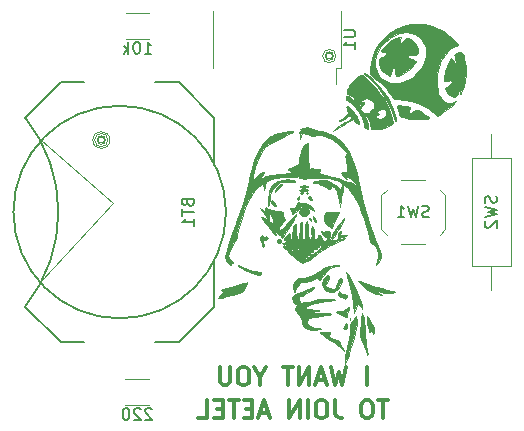
<source format=gbr>
G04 #@! TF.FileFunction,Legend,Bot*
%FSLAX46Y46*%
G04 Gerber Fmt 4.6, Leading zero omitted, Abs format (unit mm)*
G04 Created by KiCad (PCBNEW 4.0.6) date 04/30/18 18:34:21*
%MOMM*%
%LPD*%
G01*
G04 APERTURE LIST*
%ADD10C,0.100000*%
%ADD11C,0.300000*%
%ADD12C,0.150000*%
%ADD13C,0.120000*%
%ADD14C,0.010000*%
G04 APERTURE END LIST*
D10*
X-13462000Y6096000D02*
G75*
G03X-13462000Y6096000I-254000J0D01*
G01*
X-12997580Y6096000D02*
G75*
G03X-12997580Y6096000I-718420J0D01*
G01*
X-13148039Y6096000D02*
G75*
G03X-13148039Y6096000I-567961J0D01*
G01*
X-13356790Y6096000D02*
G75*
G03X-13356790Y6096000I-359210J0D01*
G01*
X-12700000Y762000D02*
X-18796000Y-5842000D01*
X-18796000Y6096000D02*
X-12700000Y762000D01*
D11*
X10575715Y-15942571D02*
X9718572Y-15942571D01*
X10147143Y-17442571D02*
X10147143Y-15942571D01*
X8932858Y-15942571D02*
X8647144Y-15942571D01*
X8504286Y-16014000D01*
X8361429Y-16156857D01*
X8290001Y-16442571D01*
X8290001Y-16942571D01*
X8361429Y-17228286D01*
X8504286Y-17371143D01*
X8647144Y-17442571D01*
X8932858Y-17442571D01*
X9075715Y-17371143D01*
X9218572Y-17228286D01*
X9290001Y-16942571D01*
X9290001Y-16442571D01*
X9218572Y-16156857D01*
X9075715Y-16014000D01*
X8932858Y-15942571D01*
X6075715Y-15942571D02*
X6075715Y-17014000D01*
X6147143Y-17228286D01*
X6290000Y-17371143D01*
X6504286Y-17442571D01*
X6647143Y-17442571D01*
X5075715Y-15942571D02*
X4790001Y-15942571D01*
X4647143Y-16014000D01*
X4504286Y-16156857D01*
X4432858Y-16442571D01*
X4432858Y-16942571D01*
X4504286Y-17228286D01*
X4647143Y-17371143D01*
X4790001Y-17442571D01*
X5075715Y-17442571D01*
X5218572Y-17371143D01*
X5361429Y-17228286D01*
X5432858Y-16942571D01*
X5432858Y-16442571D01*
X5361429Y-16156857D01*
X5218572Y-16014000D01*
X5075715Y-15942571D01*
X3790000Y-17442571D02*
X3790000Y-15942571D01*
X3075714Y-17442571D02*
X3075714Y-15942571D01*
X2218571Y-17442571D01*
X2218571Y-15942571D01*
X432857Y-17014000D02*
X-281429Y-17014000D01*
X575714Y-17442571D02*
X75714Y-15942571D01*
X-424286Y-17442571D01*
X-924286Y-16656857D02*
X-1424286Y-16656857D01*
X-1638572Y-17442571D02*
X-924286Y-17442571D01*
X-924286Y-15942571D01*
X-1638572Y-15942571D01*
X-2067143Y-15942571D02*
X-2924286Y-15942571D01*
X-2495715Y-17442571D02*
X-2495715Y-15942571D01*
X-3424286Y-16656857D02*
X-3924286Y-16656857D01*
X-4138572Y-17442571D02*
X-3424286Y-17442571D01*
X-3424286Y-15942571D01*
X-4138572Y-15942571D01*
X-5495715Y-17442571D02*
X-4781429Y-17442571D01*
X-4781429Y-15942571D01*
X8754286Y-14648571D02*
X8754286Y-13148571D01*
X7040000Y-13148571D02*
X6682857Y-14648571D01*
X6397143Y-13577143D01*
X6111429Y-14648571D01*
X5754286Y-13148571D01*
X5254286Y-14220000D02*
X4540000Y-14220000D01*
X5397143Y-14648571D02*
X4897143Y-13148571D01*
X4397143Y-14648571D01*
X3897143Y-14648571D02*
X3897143Y-13148571D01*
X3040000Y-14648571D01*
X3040000Y-13148571D01*
X2540000Y-13148571D02*
X1682857Y-13148571D01*
X2111428Y-14648571D02*
X2111428Y-13148571D01*
X-245714Y-13934286D02*
X-245714Y-14648571D01*
X254286Y-13148571D02*
X-245714Y-13934286D01*
X-745714Y-13148571D01*
X-1531428Y-13148571D02*
X-1817142Y-13148571D01*
X-1960000Y-13220000D01*
X-2102857Y-13362857D01*
X-2174285Y-13648571D01*
X-2174285Y-14148571D01*
X-2102857Y-14434286D01*
X-1960000Y-14577143D01*
X-1817142Y-14648571D01*
X-1531428Y-14648571D01*
X-1388571Y-14577143D01*
X-1245714Y-14434286D01*
X-1174285Y-14148571D01*
X-1174285Y-13648571D01*
X-1245714Y-13362857D01*
X-1388571Y-13220000D01*
X-1531428Y-13148571D01*
X-2817143Y-13148571D02*
X-2817143Y-14362857D01*
X-2888571Y-14505714D01*
X-2960000Y-14577143D01*
X-3102857Y-14648571D01*
X-3388571Y-14648571D01*
X-3531429Y-14577143D01*
X-3602857Y-14505714D01*
X-3674286Y-14362857D01*
X-3674286Y-13148571D01*
D10*
X5842000Y13208000D02*
G75*
G03X5842000Y13208000I-254000J0D01*
G01*
X5947210Y13208000D02*
G75*
G03X5947210Y13208000I-359210J0D01*
G01*
X6155961Y13208000D02*
G75*
G03X6155961Y13208000I-567961J0D01*
G01*
D12*
X-20160000Y8000000D02*
G75*
G02X-20160000Y-8000000I-10000000J-8000000D01*
G01*
X-17160000Y11000000D02*
X-20160000Y8000000D01*
X-17160000Y-11000000D02*
X-20160000Y-8000000D01*
X-4160000Y8000000D02*
X-7160000Y11000000D01*
X-4160000Y4000000D02*
X-4160000Y8000000D01*
X-4160000Y-8000000D02*
X-4160000Y-4000000D01*
X-7160000Y-11000000D02*
X-4160000Y-8000000D01*
X-3160000Y0D02*
G75*
G03X-3160000Y0I-9000000J0D01*
G01*
X-9160000Y-11000000D02*
X-7160000Y-11000000D01*
X-9160000Y11000000D02*
X-7160000Y11000000D01*
X-17160000Y-11000000D02*
X-15160000Y-11000000D01*
X-17160000Y11000000D02*
X-15160000Y11000000D01*
D13*
X20964000Y-4560000D02*
X17644000Y-4560000D01*
X17644000Y-4560000D02*
X17644000Y4560000D01*
X17644000Y4560000D02*
X20964000Y4560000D01*
X20964000Y4560000D02*
X20964000Y-4560000D01*
X19304000Y-6640000D02*
X19304000Y-4560000D01*
X19304000Y6640000D02*
X19304000Y4560000D01*
X6548000Y12230000D02*
X6148000Y12230000D01*
X6148000Y12230000D02*
X6148000Y10830000D01*
X6548000Y12230000D02*
X6548000Y17030000D01*
X-4252000Y12230000D02*
X-4252000Y17030000D01*
X10000000Y1450000D02*
X10000000Y-1450000D01*
X10450000Y1900000D02*
X10000000Y1450000D01*
X13700000Y2700000D02*
X11700000Y2700000D01*
X15400000Y1450000D02*
X14950000Y1900000D01*
X15400000Y-1450000D02*
X15400000Y1450000D01*
X14950000Y-1900000D02*
X15400000Y-1450000D01*
X11700000Y-2700000D02*
X13700000Y-2700000D01*
X10000000Y-1450000D02*
X10450000Y-1900000D01*
X-11668000Y-16310000D02*
X-9668000Y-16310000D01*
X-9668000Y-14170000D02*
X-11668000Y-14170000D01*
X-11636000Y14690000D02*
X-9636000Y14690000D01*
X-9636000Y16830000D02*
X-11636000Y16830000D01*
D14*
G36*
X7696919Y-9051720D02*
X7570139Y-9224687D01*
X7464505Y-9311092D01*
X7451911Y-9313334D01*
X7404916Y-9390491D01*
X7373967Y-9592322D01*
X7366000Y-9800726D01*
X7350755Y-10132308D01*
X7311787Y-10444612D01*
X7281509Y-10582720D01*
X7224939Y-10810429D01*
X7157375Y-11127838D01*
X7085340Y-11497878D01*
X7015354Y-11883481D01*
X6953941Y-12247576D01*
X6907622Y-12553096D01*
X6882918Y-12762970D01*
X6884476Y-12839365D01*
X6931474Y-12786414D01*
X7019949Y-12612003D01*
X7131332Y-12353000D01*
X7138772Y-12334492D01*
X7247322Y-12037866D01*
X7382340Y-11631248D01*
X7526606Y-11168248D01*
X7662612Y-10703508D01*
X7794619Y-10216583D01*
X7878550Y-9853387D01*
X7920522Y-9577221D01*
X7926649Y-9351384D01*
X7912719Y-9202383D01*
X7856016Y-8790106D01*
X7696919Y-9051720D01*
X7696919Y-9051720D01*
G37*
X7696919Y-9051720D02*
X7570139Y-9224687D01*
X7464505Y-9311092D01*
X7451911Y-9313334D01*
X7404916Y-9390491D01*
X7373967Y-9592322D01*
X7366000Y-9800726D01*
X7350755Y-10132308D01*
X7311787Y-10444612D01*
X7281509Y-10582720D01*
X7224939Y-10810429D01*
X7157375Y-11127838D01*
X7085340Y-11497878D01*
X7015354Y-11883481D01*
X6953941Y-12247576D01*
X6907622Y-12553096D01*
X6882918Y-12762970D01*
X6884476Y-12839365D01*
X6931474Y-12786414D01*
X7019949Y-12612003D01*
X7131332Y-12353000D01*
X7138772Y-12334492D01*
X7247322Y-12037866D01*
X7382340Y-11631248D01*
X7526606Y-11168248D01*
X7662612Y-10703508D01*
X7794619Y-10216583D01*
X7878550Y-9853387D01*
X7920522Y-9577221D01*
X7926649Y-9351384D01*
X7912719Y-9202383D01*
X7856016Y-8790106D01*
X7696919Y-9051720D01*
G36*
X8290448Y-9017000D02*
X8243643Y-9526491D01*
X8223350Y-10002673D01*
X8228999Y-10412887D01*
X8260020Y-10724472D01*
X8315843Y-10904767D01*
X8323598Y-10915333D01*
X8407984Y-11067123D01*
X8509913Y-11319304D01*
X8581015Y-11532949D01*
X8671309Y-11799397D01*
X8755208Y-11994020D01*
X8803309Y-12063749D01*
X8831545Y-12026653D01*
X8804363Y-11875259D01*
X8792025Y-11833800D01*
X8756757Y-11651579D01*
X8718911Y-11338505D01*
X8682250Y-10932940D01*
X8650536Y-10473247D01*
X8640293Y-10287000D01*
X8607890Y-9784426D01*
X8566500Y-9344874D01*
X8519989Y-9001533D01*
X8472224Y-8787588D01*
X8462751Y-8763000D01*
X8349850Y-8509000D01*
X8290448Y-9017000D01*
X8290448Y-9017000D01*
G37*
X8290448Y-9017000D02*
X8243643Y-9526491D01*
X8223350Y-10002673D01*
X8228999Y-10412887D01*
X8260020Y-10724472D01*
X8315843Y-10904767D01*
X8323598Y-10915333D01*
X8407984Y-11067123D01*
X8509913Y-11319304D01*
X8581015Y-11532949D01*
X8671309Y-11799397D01*
X8755208Y-11994020D01*
X8803309Y-12063749D01*
X8831545Y-12026653D01*
X8804363Y-11875259D01*
X8792025Y-11833800D01*
X8756757Y-11651579D01*
X8718911Y-11338505D01*
X8682250Y-10932940D01*
X8650536Y-10473247D01*
X8640293Y-10287000D01*
X8607890Y-9784426D01*
X8566500Y-9344874D01*
X8519989Y-9001533D01*
X8472224Y-8787588D01*
X8462751Y-8763000D01*
X8349850Y-8509000D01*
X8290448Y-9017000D01*
G36*
X4882649Y-10124088D02*
X4759818Y-10145960D01*
X4772618Y-10187197D01*
X4797485Y-10202334D01*
X4954067Y-10315714D01*
X5153036Y-10493115D01*
X5207377Y-10546875D01*
X5447359Y-10742330D01*
X5711622Y-10891497D01*
X5758122Y-10909588D01*
X5984443Y-11027110D01*
X6252530Y-11219923D01*
X6422702Y-11369380D01*
X6792277Y-11726334D01*
X6635597Y-11430000D01*
X6533670Y-11208044D01*
X6480062Y-11034496D01*
X6477725Y-11010090D01*
X6402694Y-10907268D01*
X6221161Y-10834284D01*
X6220995Y-10834250D01*
X5962439Y-10753309D01*
X5742379Y-10636807D01*
X5598789Y-10511543D01*
X5569642Y-10404314D01*
X5583653Y-10384481D01*
X5670654Y-10253776D01*
X5614569Y-10169503D01*
X5406869Y-10126318D01*
X5157763Y-10117667D01*
X4882649Y-10124088D01*
X4882649Y-10124088D01*
G37*
X4882649Y-10124088D02*
X4759818Y-10145960D01*
X4772618Y-10187197D01*
X4797485Y-10202334D01*
X4954067Y-10315714D01*
X5153036Y-10493115D01*
X5207377Y-10546875D01*
X5447359Y-10742330D01*
X5711622Y-10891497D01*
X5758122Y-10909588D01*
X5984443Y-11027110D01*
X6252530Y-11219923D01*
X6422702Y-11369380D01*
X6792277Y-11726334D01*
X6635597Y-11430000D01*
X6533670Y-11208044D01*
X6480062Y-11034496D01*
X6477725Y-11010090D01*
X6402694Y-10907268D01*
X6221161Y-10834284D01*
X6220995Y-10834250D01*
X5962439Y-10753309D01*
X5742379Y-10636807D01*
X5598789Y-10511543D01*
X5569642Y-10404314D01*
X5583653Y-10384481D01*
X5670654Y-10253776D01*
X5614569Y-10169503D01*
X5406869Y-10126318D01*
X5157763Y-10117667D01*
X4882649Y-10124088D01*
G36*
X8744846Y-8927214D02*
X8766262Y-9136295D01*
X8807937Y-9408478D01*
X8861040Y-9695072D01*
X8916739Y-9947386D01*
X8966203Y-10116730D01*
X8993754Y-10160000D01*
X9051269Y-10089781D01*
X9063152Y-10011834D01*
X9089676Y-9966958D01*
X9156515Y-10075126D01*
X9174075Y-10114791D01*
X9252060Y-10272335D01*
X9303475Y-10285474D01*
X9339514Y-10213897D01*
X9365337Y-10017093D01*
X9345282Y-9835772D01*
X9284078Y-9670968D01*
X9173796Y-9447872D01*
X9039830Y-9209575D01*
X8907574Y-8999166D01*
X8802421Y-8859737D01*
X8752519Y-8829926D01*
X8744846Y-8927214D01*
X8744846Y-8927214D01*
G37*
X8744846Y-8927214D02*
X8766262Y-9136295D01*
X8807937Y-9408478D01*
X8861040Y-9695072D01*
X8916739Y-9947386D01*
X8966203Y-10116730D01*
X8993754Y-10160000D01*
X9051269Y-10089781D01*
X9063152Y-10011834D01*
X9089676Y-9966958D01*
X9156515Y-10075126D01*
X9174075Y-10114791D01*
X9252060Y-10272335D01*
X9303475Y-10285474D01*
X9339514Y-10213897D01*
X9365337Y-10017093D01*
X9345282Y-9835772D01*
X9284078Y-9670968D01*
X9173796Y-9447872D01*
X9039830Y-9209575D01*
X8907574Y-8999166D01*
X8802421Y-8859737D01*
X8752519Y-8829926D01*
X8744846Y-8927214D01*
G36*
X5070773Y-7367153D02*
X4717238Y-7396253D01*
X4400158Y-7437746D01*
X4160408Y-7489744D01*
X4127812Y-7500358D01*
X3830889Y-7579238D01*
X3537979Y-7618892D01*
X3494925Y-7620000D01*
X3194901Y-7674320D01*
X2933291Y-7815087D01*
X2757140Y-8009013D01*
X2709333Y-8175855D01*
X2766293Y-8362250D01*
X2913393Y-8597757D01*
X3005667Y-8709518D01*
X3210369Y-8980839D01*
X3295320Y-9227493D01*
X3302000Y-9331640D01*
X3355357Y-9621495D01*
X3525280Y-9816571D01*
X3826545Y-9928124D01*
X4130673Y-9962922D01*
X4428977Y-9963617D01*
X4678836Y-9938759D01*
X4783667Y-9910546D01*
X4861941Y-9861338D01*
X4804443Y-9836210D01*
X4614333Y-9826968D01*
X4309763Y-9777091D01*
X4019494Y-9663840D01*
X3995280Y-9649753D01*
X3808297Y-9510697D01*
X3739401Y-9363312D01*
X3741280Y-9205570D01*
X3749991Y-9103734D01*
X3769120Y-9028360D01*
X3822179Y-8972356D01*
X3932682Y-8928634D01*
X4124142Y-8890101D01*
X4420073Y-8849667D01*
X4843989Y-8800241D01*
X5231052Y-8756316D01*
X5533032Y-8707694D01*
X5702861Y-8648547D01*
X5730993Y-8602321D01*
X5634181Y-8546321D01*
X5439770Y-8532577D01*
X5410608Y-8534689D01*
X5101216Y-8555124D01*
X4730996Y-8568888D01*
X4335999Y-8576044D01*
X3952278Y-8576650D01*
X3615884Y-8570768D01*
X3362869Y-8558459D01*
X3229283Y-8539782D01*
X3217333Y-8531004D01*
X3294727Y-8497418D01*
X3497821Y-8470777D01*
X3782988Y-8456755D01*
X3788833Y-8456650D01*
X4126482Y-8442788D01*
X4432226Y-8416758D01*
X4614333Y-8389050D01*
X4724691Y-8356120D01*
X4711804Y-8328583D01*
X4559521Y-8300013D01*
X4318000Y-8271163D01*
X3989249Y-8229278D01*
X3695220Y-8181847D01*
X3531088Y-8146831D01*
X3424579Y-8110652D01*
X3407749Y-8070151D01*
X3499774Y-8009685D01*
X3719833Y-7913613D01*
X3912088Y-7836052D01*
X4399404Y-7672542D01*
X4900944Y-7576944D01*
X5291667Y-7541151D01*
X5623965Y-7511782D01*
X5877789Y-7473312D01*
X6016821Y-7432056D01*
X6031960Y-7412429D01*
X5941356Y-7373084D01*
X5723707Y-7353681D01*
X5419887Y-7352333D01*
X5070773Y-7367153D01*
X5070773Y-7367153D01*
G37*
X5070773Y-7367153D02*
X4717238Y-7396253D01*
X4400158Y-7437746D01*
X4160408Y-7489744D01*
X4127812Y-7500358D01*
X3830889Y-7579238D01*
X3537979Y-7618892D01*
X3494925Y-7620000D01*
X3194901Y-7674320D01*
X2933291Y-7815087D01*
X2757140Y-8009013D01*
X2709333Y-8175855D01*
X2766293Y-8362250D01*
X2913393Y-8597757D01*
X3005667Y-8709518D01*
X3210369Y-8980839D01*
X3295320Y-9227493D01*
X3302000Y-9331640D01*
X3355357Y-9621495D01*
X3525280Y-9816571D01*
X3826545Y-9928124D01*
X4130673Y-9962922D01*
X4428977Y-9963617D01*
X4678836Y-9938759D01*
X4783667Y-9910546D01*
X4861941Y-9861338D01*
X4804443Y-9836210D01*
X4614333Y-9826968D01*
X4309763Y-9777091D01*
X4019494Y-9663840D01*
X3995280Y-9649753D01*
X3808297Y-9510697D01*
X3739401Y-9363312D01*
X3741280Y-9205570D01*
X3749991Y-9103734D01*
X3769120Y-9028360D01*
X3822179Y-8972356D01*
X3932682Y-8928634D01*
X4124142Y-8890101D01*
X4420073Y-8849667D01*
X4843989Y-8800241D01*
X5231052Y-8756316D01*
X5533032Y-8707694D01*
X5702861Y-8648547D01*
X5730993Y-8602321D01*
X5634181Y-8546321D01*
X5439770Y-8532577D01*
X5410608Y-8534689D01*
X5101216Y-8555124D01*
X4730996Y-8568888D01*
X4335999Y-8576044D01*
X3952278Y-8576650D01*
X3615884Y-8570768D01*
X3362869Y-8558459D01*
X3229283Y-8539782D01*
X3217333Y-8531004D01*
X3294727Y-8497418D01*
X3497821Y-8470777D01*
X3782988Y-8456755D01*
X3788833Y-8456650D01*
X4126482Y-8442788D01*
X4432226Y-8416758D01*
X4614333Y-8389050D01*
X4724691Y-8356120D01*
X4711804Y-8328583D01*
X4559521Y-8300013D01*
X4318000Y-8271163D01*
X3989249Y-8229278D01*
X3695220Y-8181847D01*
X3531088Y-8146831D01*
X3424579Y-8110652D01*
X3407749Y-8070151D01*
X3499774Y-8009685D01*
X3719833Y-7913613D01*
X3912088Y-7836052D01*
X4399404Y-7672542D01*
X4900944Y-7576944D01*
X5291667Y-7541151D01*
X5623965Y-7511782D01*
X5877789Y-7473312D01*
X6016821Y-7432056D01*
X6031960Y-7412429D01*
X5941356Y-7373084D01*
X5723707Y-7353681D01*
X5419887Y-7352333D01*
X5070773Y-7367153D01*
G36*
X6959427Y-9463220D02*
X6897211Y-9567334D01*
X6810168Y-9742151D01*
X6776334Y-9842500D01*
X6829727Y-9905070D01*
X6949266Y-9891400D01*
X7058971Y-9817307D01*
X7081382Y-9779000D01*
X7094607Y-9593687D01*
X7072603Y-9503834D01*
X7021647Y-9417449D01*
X6959427Y-9463220D01*
X6959427Y-9463220D01*
G37*
X6959427Y-9463220D02*
X6897211Y-9567334D01*
X6810168Y-9742151D01*
X6776334Y-9842500D01*
X6829727Y-9905070D01*
X6949266Y-9891400D01*
X7058971Y-9817307D01*
X7081382Y-9779000D01*
X7094607Y-9593687D01*
X7072603Y-9503834D01*
X7021647Y-9417449D01*
X6959427Y-9463220D01*
G36*
X7309556Y-9002889D02*
X7299423Y-9103369D01*
X7309556Y-9115778D01*
X7359890Y-9104156D01*
X7366000Y-9059334D01*
X7335022Y-8989643D01*
X7309556Y-9002889D01*
X7309556Y-9002889D01*
G37*
X7309556Y-9002889D02*
X7299423Y-9103369D01*
X7309556Y-9115778D01*
X7359890Y-9104156D01*
X7366000Y-9059334D01*
X7335022Y-8989643D01*
X7309556Y-9002889D01*
G36*
X7126110Y-8100087D02*
X7000376Y-8198222D01*
X6713757Y-8354280D01*
X6492710Y-8382000D01*
X6263006Y-8401965D01*
X6196615Y-8459648D01*
X6292564Y-8551731D01*
X6549881Y-8674899D01*
X6582437Y-8687998D01*
X6828225Y-8786038D01*
X7009743Y-8859099D01*
X7061595Y-8880386D01*
X7102452Y-8846844D01*
X7086329Y-8775890D01*
X7089650Y-8612650D01*
X7169235Y-8402822D01*
X7177081Y-8388803D01*
X7265122Y-8178176D01*
X7242716Y-8076096D01*
X7126110Y-8100087D01*
X7126110Y-8100087D01*
G37*
X7126110Y-8100087D02*
X7000376Y-8198222D01*
X6713757Y-8354280D01*
X6492710Y-8382000D01*
X6263006Y-8401965D01*
X6196615Y-8459648D01*
X6292564Y-8551731D01*
X6549881Y-8674899D01*
X6582437Y-8687998D01*
X6828225Y-8786038D01*
X7009743Y-8859099D01*
X7061595Y-8880386D01*
X7102452Y-8846844D01*
X7086329Y-8775890D01*
X7089650Y-8612650D01*
X7169235Y-8402822D01*
X7177081Y-8388803D01*
X7265122Y-8178176D01*
X7242716Y-8076096D01*
X7126110Y-8100087D01*
G36*
X7052382Y-5215156D02*
X7115910Y-5445522D01*
X7209537Y-5763097D01*
X7291716Y-6031522D01*
X7533227Y-7035096D01*
X7613542Y-7695756D01*
X7670986Y-8509000D01*
X7824019Y-8149167D01*
X7941693Y-7903453D01*
X8037678Y-7807983D01*
X8140624Y-7851327D01*
X8248410Y-7979834D01*
X8389474Y-8170334D01*
X8337027Y-7916334D01*
X8254283Y-7621485D01*
X8113491Y-7224433D01*
X7934738Y-6773204D01*
X7738111Y-6315823D01*
X7543698Y-5900315D01*
X7371587Y-5574706D01*
X7326680Y-5500752D01*
X7177530Y-5276922D01*
X7070719Y-5136235D01*
X7029501Y-5109100D01*
X7052382Y-5215156D01*
X7052382Y-5215156D01*
G37*
X7052382Y-5215156D02*
X7115910Y-5445522D01*
X7209537Y-5763097D01*
X7291716Y-6031522D01*
X7533227Y-7035096D01*
X7613542Y-7695756D01*
X7670986Y-8509000D01*
X7824019Y-8149167D01*
X7941693Y-7903453D01*
X8037678Y-7807983D01*
X8140624Y-7851327D01*
X8248410Y-7979834D01*
X8389474Y-8170334D01*
X8337027Y-7916334D01*
X8254283Y-7621485D01*
X8113491Y-7224433D01*
X7934738Y-6773204D01*
X7738111Y-6315823D01*
X7543698Y-5900315D01*
X7371587Y-5574706D01*
X7326680Y-5500752D01*
X7177530Y-5276922D01*
X7070719Y-5136235D01*
X7029501Y-5109100D01*
X7052382Y-5215156D01*
G36*
X4194428Y-6341335D02*
X4035093Y-6426369D01*
X3804068Y-6543286D01*
X3483767Y-6673855D01*
X3184510Y-6776553D01*
X2788324Y-6930737D01*
X2551564Y-7105159D01*
X2464534Y-7311590D01*
X2517536Y-7561800D01*
X2524595Y-7577667D01*
X2620462Y-7740722D01*
X2732734Y-7769648D01*
X2919724Y-7679281D01*
X2921000Y-7678521D01*
X3066557Y-7592085D01*
X3123565Y-7558546D01*
X3105923Y-7488659D01*
X3052776Y-7414088D01*
X2994190Y-7256243D01*
X3062466Y-7137694D01*
X3160084Y-7112000D01*
X3319614Y-7067175D01*
X3559164Y-6953444D01*
X3822117Y-6801921D01*
X4051857Y-6643723D01*
X4127500Y-6580324D01*
X4284385Y-6409220D01*
X4303938Y-6324967D01*
X4194428Y-6341335D01*
X4194428Y-6341335D01*
G37*
X4194428Y-6341335D02*
X4035093Y-6426369D01*
X3804068Y-6543286D01*
X3483767Y-6673855D01*
X3184510Y-6776553D01*
X2788324Y-6930737D01*
X2551564Y-7105159D01*
X2464534Y-7311590D01*
X2517536Y-7561800D01*
X2524595Y-7577667D01*
X2620462Y-7740722D01*
X2732734Y-7769648D01*
X2919724Y-7679281D01*
X2921000Y-7678521D01*
X3066557Y-7592085D01*
X3123565Y-7558546D01*
X3105923Y-7488659D01*
X3052776Y-7414088D01*
X2994190Y-7256243D01*
X3062466Y-7137694D01*
X3160084Y-7112000D01*
X3319614Y-7067175D01*
X3559164Y-6953444D01*
X3822117Y-6801921D01*
X4051857Y-6643723D01*
X4127500Y-6580324D01*
X4284385Y-6409220D01*
X4303938Y-6324967D01*
X4194428Y-6341335D01*
G36*
X6371490Y-6777641D02*
X6348329Y-6865078D01*
X6345380Y-7012702D01*
X6444859Y-7126965D01*
X6597591Y-7214982D01*
X6792962Y-7315411D01*
X6889719Y-7352729D01*
X6943541Y-7333603D01*
X7010104Y-7264697D01*
X7010400Y-7264400D01*
X7109982Y-7098988D01*
X7053364Y-6983130D01*
X6868367Y-6942667D01*
X6649642Y-6896886D01*
X6510007Y-6804429D01*
X6420472Y-6719876D01*
X6371490Y-6777641D01*
X6371490Y-6777641D01*
G37*
X6371490Y-6777641D02*
X6348329Y-6865078D01*
X6345380Y-7012702D01*
X6444859Y-7126965D01*
X6597591Y-7214982D01*
X6792962Y-7315411D01*
X6889719Y-7352729D01*
X6943541Y-7333603D01*
X7010104Y-7264697D01*
X7010400Y-7264400D01*
X7109982Y-7098988D01*
X7053364Y-6983130D01*
X6868367Y-6942667D01*
X6649642Y-6896886D01*
X6510007Y-6804429D01*
X6420472Y-6719876D01*
X6371490Y-6777641D01*
G36*
X-1469596Y-5967429D02*
X-1675701Y-6023632D01*
X-1958181Y-6113366D01*
X-2008869Y-6130466D01*
X-2389761Y-6251904D01*
X-2787796Y-6366144D01*
X-3081495Y-6440090D01*
X-3394070Y-6525770D01*
X-3541545Y-6605416D01*
X-3522322Y-6677853D01*
X-3450167Y-6710840D01*
X-3435033Y-6784457D01*
X-3551086Y-6937645D01*
X-3628454Y-7014229D01*
X-3774385Y-7164410D01*
X-3811972Y-7249243D01*
X-3728058Y-7272147D01*
X-3509482Y-7236544D01*
X-3143088Y-7145853D01*
X-3132667Y-7143106D01*
X-2639491Y-7012332D01*
X-2282511Y-6912017D01*
X-2034369Y-6828765D01*
X-1867704Y-6749183D01*
X-1755157Y-6659877D01*
X-1669368Y-6547451D01*
X-1582976Y-6398513D01*
X-1572162Y-6379147D01*
X-1454679Y-6155025D01*
X-1387651Y-5999313D01*
X-1381471Y-5956307D01*
X-1469596Y-5967429D01*
X-1469596Y-5967429D01*
G37*
X-1469596Y-5967429D02*
X-1675701Y-6023632D01*
X-1958181Y-6113366D01*
X-2008869Y-6130466D01*
X-2389761Y-6251904D01*
X-2787796Y-6366144D01*
X-3081495Y-6440090D01*
X-3394070Y-6525770D01*
X-3541545Y-6605416D01*
X-3522322Y-6677853D01*
X-3450167Y-6710840D01*
X-3435033Y-6784457D01*
X-3551086Y-6937645D01*
X-3628454Y-7014229D01*
X-3774385Y-7164410D01*
X-3811972Y-7249243D01*
X-3728058Y-7272147D01*
X-3509482Y-7236544D01*
X-3143088Y-7145853D01*
X-3132667Y-7143106D01*
X-2639491Y-7012332D01*
X-2282511Y-6912017D01*
X-2034369Y-6828765D01*
X-1867704Y-6749183D01*
X-1755157Y-6659877D01*
X-1669368Y-6547451D01*
X-1582976Y-6398513D01*
X-1572162Y-6379147D01*
X-1454679Y-6155025D01*
X-1387651Y-5999313D01*
X-1381471Y-5956307D01*
X-1469596Y-5967429D01*
G36*
X8043333Y-5832552D02*
X8105364Y-5944365D01*
X8266123Y-6121068D01*
X8487612Y-6327653D01*
X8731835Y-6529111D01*
X8960793Y-6690434D01*
X9000109Y-6714051D01*
X9297220Y-6855007D01*
X9608224Y-6957513D01*
X9694333Y-6975516D01*
X10033000Y-7031186D01*
X9821333Y-6845871D01*
X9697168Y-6728987D01*
X9700965Y-6700513D01*
X9779000Y-6725597D01*
X10003947Y-6781857D01*
X10307927Y-6821108D01*
X10632510Y-6840288D01*
X10919263Y-6836336D01*
X11109753Y-6806187D01*
X11131612Y-6796492D01*
X11164745Y-6750299D01*
X11083922Y-6701800D01*
X10871435Y-6644738D01*
X10509576Y-6572855D01*
X10486985Y-6568712D01*
X10036371Y-6467320D01*
X9520154Y-6322278D01*
X9027190Y-6159334D01*
X8868833Y-6099802D01*
X8530374Y-5971989D01*
X8259107Y-5879097D01*
X8087380Y-5831598D01*
X8043333Y-5832552D01*
X8043333Y-5832552D01*
G37*
X8043333Y-5832552D02*
X8105364Y-5944365D01*
X8266123Y-6121068D01*
X8487612Y-6327653D01*
X8731835Y-6529111D01*
X8960793Y-6690434D01*
X9000109Y-6714051D01*
X9297220Y-6855007D01*
X9608224Y-6957513D01*
X9694333Y-6975516D01*
X10033000Y-7031186D01*
X9821333Y-6845871D01*
X9697168Y-6728987D01*
X9700965Y-6700513D01*
X9779000Y-6725597D01*
X10003947Y-6781857D01*
X10307927Y-6821108D01*
X10632510Y-6840288D01*
X10919263Y-6836336D01*
X11109753Y-6806187D01*
X11131612Y-6796492D01*
X11164745Y-6750299D01*
X11083922Y-6701800D01*
X10871435Y-6644738D01*
X10509576Y-6572855D01*
X10486985Y-6568712D01*
X10036371Y-6467320D01*
X9520154Y-6322278D01*
X9027190Y-6159334D01*
X8868833Y-6099802D01*
X8530374Y-5971989D01*
X8259107Y-5879097D01*
X8087380Y-5831598D01*
X8043333Y-5832552D01*
G36*
X5279636Y-5434193D02*
X5241617Y-5467234D01*
X5030932Y-5746928D01*
X4962014Y-6049868D01*
X5030152Y-6337040D01*
X5230636Y-6569431D01*
X5385072Y-6655441D01*
X5704077Y-6756488D01*
X5952588Y-6744316D01*
X6189705Y-6614698D01*
X6213714Y-6596178D01*
X6387277Y-6416353D01*
X6530449Y-6192193D01*
X6630336Y-5961380D01*
X6674044Y-5761597D01*
X6648677Y-5630528D01*
X6553584Y-5602959D01*
X6449458Y-5695277D01*
X6335648Y-5903506D01*
X6278417Y-6053667D01*
X6183281Y-6306265D01*
X6088740Y-6437859D01*
X5955836Y-6492094D01*
X5877821Y-6502438D01*
X5565877Y-6452869D01*
X5412155Y-6359786D01*
X5305405Y-6269043D01*
X5259836Y-6190821D01*
X5282068Y-6083971D01*
X5378723Y-5907347D01*
X5522380Y-5674780D01*
X5583323Y-5517797D01*
X5524381Y-5405847D01*
X5418229Y-5357270D01*
X5279636Y-5434193D01*
X5279636Y-5434193D01*
G37*
X5279636Y-5434193D02*
X5241617Y-5467234D01*
X5030932Y-5746928D01*
X4962014Y-6049868D01*
X5030152Y-6337040D01*
X5230636Y-6569431D01*
X5385072Y-6655441D01*
X5704077Y-6756488D01*
X5952588Y-6744316D01*
X6189705Y-6614698D01*
X6213714Y-6596178D01*
X6387277Y-6416353D01*
X6530449Y-6192193D01*
X6630336Y-5961380D01*
X6674044Y-5761597D01*
X6648677Y-5630528D01*
X6553584Y-5602959D01*
X6449458Y-5695277D01*
X6335648Y-5903506D01*
X6278417Y-6053667D01*
X6183281Y-6306265D01*
X6088740Y-6437859D01*
X5955836Y-6492094D01*
X5877821Y-6502438D01*
X5565877Y-6452869D01*
X5412155Y-6359786D01*
X5305405Y-6269043D01*
X5259836Y-6190821D01*
X5282068Y-6083971D01*
X5378723Y-5907347D01*
X5522380Y-5674780D01*
X5583323Y-5517797D01*
X5524381Y-5405847D01*
X5418229Y-5357270D01*
X5279636Y-5434193D01*
G36*
X6108584Y-4511385D02*
X6006388Y-4515101D01*
X5756570Y-4530259D01*
X5550125Y-4565443D01*
X5345176Y-4636871D01*
X5099846Y-4760765D01*
X4772258Y-4953343D01*
X4594855Y-5061813D01*
X4204968Y-5295499D01*
X3917983Y-5449356D01*
X3696901Y-5538954D01*
X3504719Y-5579864D01*
X3344454Y-5588000D01*
X3056303Y-5612194D01*
X2850886Y-5705183D01*
X2718975Y-5820834D01*
X2567845Y-6005846D01*
X2514421Y-6197022D01*
X2522714Y-6413500D01*
X2563810Y-6631168D01*
X2622777Y-6757033D01*
X2678089Y-6769428D01*
X2708220Y-6646687D01*
X2709333Y-6601343D01*
X2761083Y-6439953D01*
X2828693Y-6383550D01*
X2941935Y-6272027D01*
X2996630Y-6144196D01*
X3050285Y-6028549D01*
X3167616Y-5959348D01*
X3392899Y-5916017D01*
X3518087Y-5901840D01*
X3856619Y-5840912D01*
X4184997Y-5740945D01*
X4318471Y-5682329D01*
X4645976Y-5511624D01*
X4672488Y-5692377D01*
X4701201Y-5766665D01*
X4766592Y-5745835D01*
X4888866Y-5614291D01*
X5061345Y-5392204D01*
X5340797Y-5047541D01*
X5585697Y-4819392D01*
X5841310Y-4674929D01*
X6152903Y-4581325D01*
X6190848Y-4573081D01*
X6376764Y-4531929D01*
X6433016Y-4510441D01*
X6347618Y-4504849D01*
X6108584Y-4511385D01*
X6108584Y-4511385D01*
G37*
X6108584Y-4511385D02*
X6006388Y-4515101D01*
X5756570Y-4530259D01*
X5550125Y-4565443D01*
X5345176Y-4636871D01*
X5099846Y-4760765D01*
X4772258Y-4953343D01*
X4594855Y-5061813D01*
X4204968Y-5295499D01*
X3917983Y-5449356D01*
X3696901Y-5538954D01*
X3504719Y-5579864D01*
X3344454Y-5588000D01*
X3056303Y-5612194D01*
X2850886Y-5705183D01*
X2718975Y-5820834D01*
X2567845Y-6005846D01*
X2514421Y-6197022D01*
X2522714Y-6413500D01*
X2563810Y-6631168D01*
X2622777Y-6757033D01*
X2678089Y-6769428D01*
X2708220Y-6646687D01*
X2709333Y-6601343D01*
X2761083Y-6439953D01*
X2828693Y-6383550D01*
X2941935Y-6272027D01*
X2996630Y-6144196D01*
X3050285Y-6028549D01*
X3167616Y-5959348D01*
X3392899Y-5916017D01*
X3518087Y-5901840D01*
X3856619Y-5840912D01*
X4184997Y-5740945D01*
X4318471Y-5682329D01*
X4645976Y-5511624D01*
X4672488Y-5692377D01*
X4701201Y-5766665D01*
X4766592Y-5745835D01*
X4888866Y-5614291D01*
X5061345Y-5392204D01*
X5340797Y-5047541D01*
X5585697Y-4819392D01*
X5841310Y-4674929D01*
X6152903Y-4581325D01*
X6190848Y-4573081D01*
X6376764Y-4531929D01*
X6433016Y-4510441D01*
X6347618Y-4504849D01*
X6108584Y-4511385D01*
G36*
X-2175409Y-4517854D02*
X-2134642Y-4578911D01*
X-1964334Y-4685074D01*
X-1693413Y-4821772D01*
X-1350806Y-4974435D01*
X-965440Y-5128492D01*
X-956232Y-5131962D01*
X-629388Y-5251588D01*
X-424218Y-5313261D01*
X-305314Y-5322271D01*
X-237270Y-5283905D01*
X-208185Y-5243701D01*
X-179228Y-5164958D01*
X-223943Y-5104379D01*
X-369097Y-5049389D01*
X-641460Y-4987409D01*
X-833515Y-4949906D01*
X-1195514Y-4864018D01*
X-1546854Y-4753055D01*
X-1778334Y-4656496D01*
X-1995111Y-4558212D01*
X-2143326Y-4513843D01*
X-2175409Y-4517854D01*
X-2175409Y-4517854D01*
G37*
X-2175409Y-4517854D02*
X-2134642Y-4578911D01*
X-1964334Y-4685074D01*
X-1693413Y-4821772D01*
X-1350806Y-4974435D01*
X-965440Y-5128492D01*
X-956232Y-5131962D01*
X-629388Y-5251588D01*
X-424218Y-5313261D01*
X-305314Y-5322271D01*
X-237270Y-5283905D01*
X-208185Y-5243701D01*
X-179228Y-5164958D01*
X-223943Y-5104379D01*
X-369097Y-5049389D01*
X-641460Y-4987409D01*
X-833515Y-4949906D01*
X-1195514Y-4864018D01*
X-1546854Y-4753055D01*
X-1778334Y-4656496D01*
X-1995111Y-4558212D01*
X-2143326Y-4513843D01*
X-2175409Y-4517854D01*
G36*
X2135243Y6833066D02*
X1758007Y6768516D01*
X1355230Y6676619D01*
X983256Y6570883D01*
X698425Y6464815D01*
X615292Y6421562D01*
X236771Y6112476D01*
X-132679Y5667136D01*
X-467452Y5117812D01*
X-549940Y4953000D01*
X-632253Y4771250D01*
X-711257Y4571692D01*
X-792199Y4335367D01*
X-880327Y4043317D01*
X-980888Y3676583D01*
X-1099129Y3216205D01*
X-1240299Y2643225D01*
X-1409644Y1938683D01*
X-1562739Y1293772D01*
X-1629606Y1055701D01*
X-1745212Y691587D01*
X-1898622Y233863D01*
X-2078904Y-285042D01*
X-2275124Y-832699D01*
X-2333434Y-992228D01*
X-2609515Y-1748105D01*
X-2828866Y-2363450D01*
X-2994848Y-2856046D01*
X-3110823Y-3243673D01*
X-3180151Y-3544113D01*
X-3206192Y-3775147D01*
X-3192310Y-3954556D01*
X-3141863Y-4100122D01*
X-3058213Y-4229626D01*
X-2965815Y-4337831D01*
X-2798543Y-4497937D01*
X-2718927Y-4514378D01*
X-2711815Y-4483100D01*
X-2761181Y-4300336D01*
X-2794000Y-4250267D01*
X-2835271Y-4190680D01*
X-2777067Y-4233334D01*
X-2635622Y-4322846D01*
X-2591950Y-4295404D01*
X-2653068Y-4177014D01*
X-2735826Y-4080534D01*
X-2883527Y-3896714D01*
X-2959932Y-3743665D01*
X-2962861Y-3720701D01*
X-2904382Y-3379180D01*
X-2756458Y-3017372D01*
X-2556875Y-2726730D01*
X-2548649Y-2718182D01*
X-2363376Y-2451894D01*
X-2235498Y-2074850D01*
X-2208845Y-1951179D01*
X-2112014Y-1534527D01*
X-1972303Y-1031200D01*
X-1804104Y-484709D01*
X-1621813Y61434D01*
X-1439824Y563720D01*
X-1272530Y978637D01*
X-1162472Y1211799D01*
X-948719Y1545622D01*
X-671249Y1889080D01*
X-472212Y2091056D01*
X-42333Y2478180D01*
X54913Y1905000D01*
X119195Y2159000D01*
X176193Y2376475D01*
X217548Y2522656D01*
X348978Y2668005D01*
X639133Y2786243D01*
X1079246Y2875151D01*
X1660550Y2932512D01*
X1883833Y2944223D01*
X2878667Y2986577D01*
X2878667Y3962968D01*
X2501559Y3819821D01*
X2222212Y3706509D01*
X2093023Y3628885D01*
X2102438Y3572408D01*
X2238902Y3522544D01*
X2260807Y3516930D01*
X2497499Y3457524D01*
X2285916Y3340429D01*
X2078919Y3275731D01*
X1756696Y3232380D01*
X1439333Y3218148D01*
X663164Y3136781D01*
X238011Y3019943D01*
X-64769Y2923835D01*
X-222583Y2898695D01*
X-247270Y2951565D01*
X-150666Y3089490D01*
X-57626Y3195833D01*
X68930Y3360195D01*
X76229Y3429344D01*
X-17983Y3407583D01*
X-195959Y3299214D01*
X-439953Y3108543D01*
X-448848Y3100964D01*
X-905855Y2710530D01*
X-837357Y3143844D01*
X-682363Y3850567D01*
X-457539Y4489843D01*
X-175606Y5038706D01*
X150714Y5474190D01*
X508699Y5773328D01*
X662467Y5851560D01*
X955851Y5980730D01*
X1228914Y6113294D01*
X1312333Y6157940D01*
X1518647Y6269353D01*
X1811813Y6422402D01*
X2116667Y6578024D01*
X2387874Y6719681D01*
X2519622Y6804605D01*
X2526698Y6845928D01*
X2430597Y6856762D01*
X2135243Y6833066D01*
X2135243Y6833066D01*
G37*
X2135243Y6833066D02*
X1758007Y6768516D01*
X1355230Y6676619D01*
X983256Y6570883D01*
X698425Y6464815D01*
X615292Y6421562D01*
X236771Y6112476D01*
X-132679Y5667136D01*
X-467452Y5117812D01*
X-549940Y4953000D01*
X-632253Y4771250D01*
X-711257Y4571692D01*
X-792199Y4335367D01*
X-880327Y4043317D01*
X-980888Y3676583D01*
X-1099129Y3216205D01*
X-1240299Y2643225D01*
X-1409644Y1938683D01*
X-1562739Y1293772D01*
X-1629606Y1055701D01*
X-1745212Y691587D01*
X-1898622Y233863D01*
X-2078904Y-285042D01*
X-2275124Y-832699D01*
X-2333434Y-992228D01*
X-2609515Y-1748105D01*
X-2828866Y-2363450D01*
X-2994848Y-2856046D01*
X-3110823Y-3243673D01*
X-3180151Y-3544113D01*
X-3206192Y-3775147D01*
X-3192310Y-3954556D01*
X-3141863Y-4100122D01*
X-3058213Y-4229626D01*
X-2965815Y-4337831D01*
X-2798543Y-4497937D01*
X-2718927Y-4514378D01*
X-2711815Y-4483100D01*
X-2761181Y-4300336D01*
X-2794000Y-4250267D01*
X-2835271Y-4190680D01*
X-2777067Y-4233334D01*
X-2635622Y-4322846D01*
X-2591950Y-4295404D01*
X-2653068Y-4177014D01*
X-2735826Y-4080534D01*
X-2883527Y-3896714D01*
X-2959932Y-3743665D01*
X-2962861Y-3720701D01*
X-2904382Y-3379180D01*
X-2756458Y-3017372D01*
X-2556875Y-2726730D01*
X-2548649Y-2718182D01*
X-2363376Y-2451894D01*
X-2235498Y-2074850D01*
X-2208845Y-1951179D01*
X-2112014Y-1534527D01*
X-1972303Y-1031200D01*
X-1804104Y-484709D01*
X-1621813Y61434D01*
X-1439824Y563720D01*
X-1272530Y978637D01*
X-1162472Y1211799D01*
X-948719Y1545622D01*
X-671249Y1889080D01*
X-472212Y2091056D01*
X-42333Y2478180D01*
X54913Y1905000D01*
X119195Y2159000D01*
X176193Y2376475D01*
X217548Y2522656D01*
X348978Y2668005D01*
X639133Y2786243D01*
X1079246Y2875151D01*
X1660550Y2932512D01*
X1883833Y2944223D01*
X2878667Y2986577D01*
X2878667Y3962968D01*
X2501559Y3819821D01*
X2222212Y3706509D01*
X2093023Y3628885D01*
X2102438Y3572408D01*
X2238902Y3522544D01*
X2260807Y3516930D01*
X2497499Y3457524D01*
X2285916Y3340429D01*
X2078919Y3275731D01*
X1756696Y3232380D01*
X1439333Y3218148D01*
X663164Y3136781D01*
X238011Y3019943D01*
X-64769Y2923835D01*
X-222583Y2898695D01*
X-247270Y2951565D01*
X-150666Y3089490D01*
X-57626Y3195833D01*
X68930Y3360195D01*
X76229Y3429344D01*
X-17983Y3407583D01*
X-195959Y3299214D01*
X-439953Y3108543D01*
X-448848Y3100964D01*
X-905855Y2710530D01*
X-837357Y3143844D01*
X-682363Y3850567D01*
X-457539Y4489843D01*
X-175606Y5038706D01*
X150714Y5474190D01*
X508699Y5773328D01*
X662467Y5851560D01*
X955851Y5980730D01*
X1228914Y6113294D01*
X1312333Y6157940D01*
X1518647Y6269353D01*
X1811813Y6422402D01*
X2116667Y6578024D01*
X2387874Y6719681D01*
X2519622Y6804605D01*
X2526698Y6845928D01*
X2430597Y6856762D01*
X2135243Y6833066D01*
G36*
X3480441Y7157743D02*
X3337520Y7109409D01*
X3108017Y7022152D01*
X3304434Y6813076D01*
X3548956Y6644862D01*
X3742749Y6604000D01*
X3936824Y6563913D01*
X4032787Y6478550D01*
X4103374Y6398386D01*
X4241733Y6439272D01*
X4255282Y6446413D01*
X4492012Y6501072D01*
X4829328Y6488370D01*
X5215505Y6414947D01*
X5598821Y6287440D01*
X5643408Y6268273D01*
X5924925Y6100551D01*
X6264883Y5830530D01*
X6617158Y5495684D01*
X6862974Y5238798D01*
X7057054Y5029996D01*
X7174010Y4896933D01*
X7196667Y4864401D01*
X7132005Y4861298D01*
X7057579Y4884687D01*
X6999760Y4898349D01*
X6964506Y4870626D01*
X6952344Y4777803D01*
X6963800Y4596165D01*
X6999403Y4301998D01*
X7059680Y3871586D01*
X7083838Y3704166D01*
X7104904Y3497320D01*
X7063968Y3408067D01*
X6927302Y3387047D01*
X6866893Y3386666D01*
X6684627Y3372494D01*
X6604196Y3338191D01*
X6604000Y3336237D01*
X6655196Y3214789D01*
X6776201Y3045003D01*
X6918140Y2886295D01*
X7032139Y2798081D01*
X7050032Y2794000D01*
X7097804Y2826814D01*
X7044267Y2895600D01*
X6955140Y3019812D01*
X6942667Y3064489D01*
X7003095Y3050878D01*
X7162208Y2952003D01*
X7386753Y2788737D01*
X7408011Y2772389D01*
X7641092Y2576093D01*
X7808141Y2404340D01*
X7873647Y2293732D01*
X7873678Y2292408D01*
X7838747Y2239040D01*
X7722551Y2315221D01*
X7682062Y2352132D01*
X7492093Y2480644D01*
X7322229Y2528015D01*
X7158798Y2557613D01*
X6901254Y2639095D01*
X6646333Y2738085D01*
X6284826Y2870799D01*
X5858724Y2998929D01*
X5525491Y3080198D01*
X5205644Y3155250D01*
X4935904Y3233627D01*
X4744149Y3304808D01*
X4658254Y3358274D01*
X4706098Y3383505D01*
X4720167Y3384092D01*
X4814016Y3454851D01*
X4826000Y3513666D01*
X4760095Y3608636D01*
X4551441Y3640593D01*
X4536592Y3640667D01*
X4296902Y3655276D01*
X4117240Y3690576D01*
X4113258Y3692058D01*
X4032109Y3695325D01*
X3991789Y3601682D01*
X3979876Y3377648D01*
X3979770Y3332225D01*
X3980207Y2921000D01*
X4847604Y2918029D01*
X5270630Y2910997D01*
X5577692Y2887344D01*
X5821984Y2838106D01*
X6056704Y2754322D01*
X6201833Y2689880D01*
X6500072Y2532203D01*
X6652816Y2387460D01*
X6678181Y2224921D01*
X6597149Y2019198D01*
X6536481Y1929097D01*
X6468185Y1926217D01*
X6356568Y2026313D01*
X6214787Y2187981D01*
X5841759Y2501397D01*
X5391167Y2687759D01*
X4906891Y2736443D01*
X4432809Y2636826D01*
X4405742Y2625940D01*
X4206276Y2527085D01*
X4169773Y2462543D01*
X4297245Y2431655D01*
X4589700Y2433759D01*
X4690625Y2439484D01*
X5247224Y2432401D01*
X5676252Y2323202D01*
X5993745Y2099494D01*
X6215741Y1748885D01*
X6358277Y1258980D01*
X6380151Y1133880D01*
X6486372Y465666D01*
X6551829Y1036276D01*
X6595602Y1330890D01*
X6647269Y1553374D01*
X6695310Y1655106D01*
X6744060Y1762756D01*
X6771279Y1973352D01*
X6773333Y2054625D01*
X6773333Y2405923D01*
X7153795Y2032528D01*
X7381357Y1768848D01*
X7627710Y1420696D01*
X7843422Y1058584D01*
X7863601Y1020067D01*
X8075305Y568626D01*
X8301712Y17901D01*
X8524491Y-580726D01*
X8725309Y-1175877D01*
X8885836Y-1716169D01*
X8979816Y-2108504D01*
X9053019Y-2418689D01*
X9133504Y-2600886D01*
X9241467Y-2695948D01*
X9278204Y-2712072D01*
X9477462Y-2845918D01*
X9612632Y-3086089D01*
X9697553Y-3459622D01*
X9710088Y-3555767D01*
X9723731Y-3874197D01*
X9666384Y-4103132D01*
X9614380Y-4195689D01*
X9512149Y-4382725D01*
X9517121Y-4449782D01*
X9613545Y-4393308D01*
X9768465Y-4230413D01*
X9912465Y-4010382D01*
X9987565Y-3800174D01*
X9990667Y-3762557D01*
X9960187Y-3609316D01*
X9876891Y-3336452D01*
X9752989Y-2980687D01*
X9600695Y-2578747D01*
X9577540Y-2520220D01*
X8962043Y-838119D01*
X8467262Y820503D01*
X8175349Y2032000D01*
X7994398Y2836333D01*
X7769580Y2836333D01*
X7765124Y2702494D01*
X7746522Y2716935D01*
X7706602Y2888358D01*
X7699810Y2921000D01*
X7655507Y3182127D01*
X7634982Y3397364D01*
X7634897Y3429000D01*
X7649893Y3496453D01*
X7679930Y3437175D01*
X7715725Y3292013D01*
X7747994Y3101813D01*
X7767457Y2907422D01*
X7769580Y2836333D01*
X7994398Y2836333D01*
X7988324Y2863330D01*
X7819592Y3549521D01*
X7769939Y3725333D01*
X7620000Y3725333D01*
X7589022Y3655643D01*
X7563556Y3668889D01*
X7553423Y3769368D01*
X7563556Y3781778D01*
X7613890Y3770155D01*
X7620000Y3725333D01*
X7769939Y3725333D01*
X7684255Y4028722D01*
X7528649Y4028722D01*
X7513083Y3918908D01*
X7484181Y3917597D01*
X7463969Y4030914D01*
X7477497Y4079875D01*
X7515091Y4111945D01*
X7528649Y4028722D01*
X7684255Y4028722D01*
X7660560Y4112620D01*
X7604832Y4275666D01*
X7450667Y4275666D01*
X7408333Y4233333D01*
X7366000Y4275666D01*
X7408333Y4318000D01*
X7450667Y4275666D01*
X7604832Y4275666D01*
X7518016Y4529666D01*
X7366000Y4529666D01*
X7323667Y4487333D01*
X7281333Y4529666D01*
X7323667Y4572000D01*
X7366000Y4529666D01*
X7518016Y4529666D01*
X7502633Y4574672D01*
X7448944Y4699000D01*
X7281333Y4699000D01*
X7239000Y4656666D01*
X7196667Y4699000D01*
X7239000Y4741333D01*
X7281333Y4699000D01*
X7448944Y4699000D01*
X7337215Y4957725D01*
X7155714Y5283824D01*
X6949533Y5575016D01*
X6710078Y5853346D01*
X6668164Y5898094D01*
X6192398Y6317101D01*
X5648270Y6626775D01*
X4997727Y6847061D01*
X4747923Y6904644D01*
X4422601Y6978847D01*
X4148633Y7052756D01*
X3980872Y7111442D01*
X3972323Y7115752D01*
X3741807Y7190101D01*
X3480441Y7157743D01*
X3480441Y7157743D01*
G37*
X3480441Y7157743D02*
X3337520Y7109409D01*
X3108017Y7022152D01*
X3304434Y6813076D01*
X3548956Y6644862D01*
X3742749Y6604000D01*
X3936824Y6563913D01*
X4032787Y6478550D01*
X4103374Y6398386D01*
X4241733Y6439272D01*
X4255282Y6446413D01*
X4492012Y6501072D01*
X4829328Y6488370D01*
X5215505Y6414947D01*
X5598821Y6287440D01*
X5643408Y6268273D01*
X5924925Y6100551D01*
X6264883Y5830530D01*
X6617158Y5495684D01*
X6862974Y5238798D01*
X7057054Y5029996D01*
X7174010Y4896933D01*
X7196667Y4864401D01*
X7132005Y4861298D01*
X7057579Y4884687D01*
X6999760Y4898349D01*
X6964506Y4870626D01*
X6952344Y4777803D01*
X6963800Y4596165D01*
X6999403Y4301998D01*
X7059680Y3871586D01*
X7083838Y3704166D01*
X7104904Y3497320D01*
X7063968Y3408067D01*
X6927302Y3387047D01*
X6866893Y3386666D01*
X6684627Y3372494D01*
X6604196Y3338191D01*
X6604000Y3336237D01*
X6655196Y3214789D01*
X6776201Y3045003D01*
X6918140Y2886295D01*
X7032139Y2798081D01*
X7050032Y2794000D01*
X7097804Y2826814D01*
X7044267Y2895600D01*
X6955140Y3019812D01*
X6942667Y3064489D01*
X7003095Y3050878D01*
X7162208Y2952003D01*
X7386753Y2788737D01*
X7408011Y2772389D01*
X7641092Y2576093D01*
X7808141Y2404340D01*
X7873647Y2293732D01*
X7873678Y2292408D01*
X7838747Y2239040D01*
X7722551Y2315221D01*
X7682062Y2352132D01*
X7492093Y2480644D01*
X7322229Y2528015D01*
X7158798Y2557613D01*
X6901254Y2639095D01*
X6646333Y2738085D01*
X6284826Y2870799D01*
X5858724Y2998929D01*
X5525491Y3080198D01*
X5205644Y3155250D01*
X4935904Y3233627D01*
X4744149Y3304808D01*
X4658254Y3358274D01*
X4706098Y3383505D01*
X4720167Y3384092D01*
X4814016Y3454851D01*
X4826000Y3513666D01*
X4760095Y3608636D01*
X4551441Y3640593D01*
X4536592Y3640667D01*
X4296902Y3655276D01*
X4117240Y3690576D01*
X4113258Y3692058D01*
X4032109Y3695325D01*
X3991789Y3601682D01*
X3979876Y3377648D01*
X3979770Y3332225D01*
X3980207Y2921000D01*
X4847604Y2918029D01*
X5270630Y2910997D01*
X5577692Y2887344D01*
X5821984Y2838106D01*
X6056704Y2754322D01*
X6201833Y2689880D01*
X6500072Y2532203D01*
X6652816Y2387460D01*
X6678181Y2224921D01*
X6597149Y2019198D01*
X6536481Y1929097D01*
X6468185Y1926217D01*
X6356568Y2026313D01*
X6214787Y2187981D01*
X5841759Y2501397D01*
X5391167Y2687759D01*
X4906891Y2736443D01*
X4432809Y2636826D01*
X4405742Y2625940D01*
X4206276Y2527085D01*
X4169773Y2462543D01*
X4297245Y2431655D01*
X4589700Y2433759D01*
X4690625Y2439484D01*
X5247224Y2432401D01*
X5676252Y2323202D01*
X5993745Y2099494D01*
X6215741Y1748885D01*
X6358277Y1258980D01*
X6380151Y1133880D01*
X6486372Y465666D01*
X6551829Y1036276D01*
X6595602Y1330890D01*
X6647269Y1553374D01*
X6695310Y1655106D01*
X6744060Y1762756D01*
X6771279Y1973352D01*
X6773333Y2054625D01*
X6773333Y2405923D01*
X7153795Y2032528D01*
X7381357Y1768848D01*
X7627710Y1420696D01*
X7843422Y1058584D01*
X7863601Y1020067D01*
X8075305Y568626D01*
X8301712Y17901D01*
X8524491Y-580726D01*
X8725309Y-1175877D01*
X8885836Y-1716169D01*
X8979816Y-2108504D01*
X9053019Y-2418689D01*
X9133504Y-2600886D01*
X9241467Y-2695948D01*
X9278204Y-2712072D01*
X9477462Y-2845918D01*
X9612632Y-3086089D01*
X9697553Y-3459622D01*
X9710088Y-3555767D01*
X9723731Y-3874197D01*
X9666384Y-4103132D01*
X9614380Y-4195689D01*
X9512149Y-4382725D01*
X9517121Y-4449782D01*
X9613545Y-4393308D01*
X9768465Y-4230413D01*
X9912465Y-4010382D01*
X9987565Y-3800174D01*
X9990667Y-3762557D01*
X9960187Y-3609316D01*
X9876891Y-3336452D01*
X9752989Y-2980687D01*
X9600695Y-2578747D01*
X9577540Y-2520220D01*
X8962043Y-838119D01*
X8467262Y820503D01*
X8175349Y2032000D01*
X7994398Y2836333D01*
X7769580Y2836333D01*
X7765124Y2702494D01*
X7746522Y2716935D01*
X7706602Y2888358D01*
X7699810Y2921000D01*
X7655507Y3182127D01*
X7634982Y3397364D01*
X7634897Y3429000D01*
X7649893Y3496453D01*
X7679930Y3437175D01*
X7715725Y3292013D01*
X7747994Y3101813D01*
X7767457Y2907422D01*
X7769580Y2836333D01*
X7994398Y2836333D01*
X7988324Y2863330D01*
X7819592Y3549521D01*
X7769939Y3725333D01*
X7620000Y3725333D01*
X7589022Y3655643D01*
X7563556Y3668889D01*
X7553423Y3769368D01*
X7563556Y3781778D01*
X7613890Y3770155D01*
X7620000Y3725333D01*
X7769939Y3725333D01*
X7684255Y4028722D01*
X7528649Y4028722D01*
X7513083Y3918908D01*
X7484181Y3917597D01*
X7463969Y4030914D01*
X7477497Y4079875D01*
X7515091Y4111945D01*
X7528649Y4028722D01*
X7684255Y4028722D01*
X7660560Y4112620D01*
X7604832Y4275666D01*
X7450667Y4275666D01*
X7408333Y4233333D01*
X7366000Y4275666D01*
X7408333Y4318000D01*
X7450667Y4275666D01*
X7604832Y4275666D01*
X7518016Y4529666D01*
X7366000Y4529666D01*
X7323667Y4487333D01*
X7281333Y4529666D01*
X7323667Y4572000D01*
X7366000Y4529666D01*
X7518016Y4529666D01*
X7502633Y4574672D01*
X7448944Y4699000D01*
X7281333Y4699000D01*
X7239000Y4656666D01*
X7196667Y4699000D01*
X7239000Y4741333D01*
X7281333Y4699000D01*
X7448944Y4699000D01*
X7337215Y4957725D01*
X7155714Y5283824D01*
X6949533Y5575016D01*
X6710078Y5853346D01*
X6668164Y5898094D01*
X6192398Y6317101D01*
X5648270Y6626775D01*
X4997727Y6847061D01*
X4747923Y6904644D01*
X4422601Y6978847D01*
X4148633Y7052756D01*
X3980872Y7111442D01*
X3972323Y7115752D01*
X3741807Y7190101D01*
X3480441Y7157743D01*
G36*
X6604023Y-2265415D02*
X6385927Y-2319329D01*
X6010515Y-2392486D01*
X5777050Y-2378439D01*
X5749065Y-2366242D01*
X5532556Y-2292079D01*
X5380626Y-2317544D01*
X5334000Y-2413000D01*
X5314014Y-2454998D01*
X5240884Y-2486798D01*
X5094855Y-2509747D01*
X4856168Y-2525194D01*
X4505067Y-2534484D01*
X4021796Y-2538965D01*
X3471333Y-2540000D01*
X2810581Y-2543781D01*
X2285388Y-2554862D01*
X1904389Y-2572850D01*
X1676218Y-2597354D01*
X1608667Y-2624667D01*
X1681123Y-2688313D01*
X1820333Y-2709334D01*
X1992386Y-2754875D01*
X2032000Y-2841555D01*
X2106943Y-2949970D01*
X2312309Y-3093766D01*
X2561167Y-3224961D01*
X2788415Y-3338426D01*
X2906893Y-3409465D01*
X2895834Y-3425237D01*
X2878667Y-3421263D01*
X2421921Y-3262345D01*
X2085994Y-3059431D01*
X1997711Y-2975019D01*
X1839942Y-2833418D01*
X1731735Y-2800374D01*
X1703573Y-2883096D01*
X1708292Y-2906572D01*
X1786838Y-3022781D01*
X1966552Y-3211498D01*
X2215143Y-3445050D01*
X2500325Y-3695767D01*
X2789808Y-3935978D01*
X3051304Y-4138011D01*
X3252525Y-4274196D01*
X3354761Y-4317598D01*
X3486953Y-4268171D01*
X3714235Y-4135450D01*
X3999712Y-3942223D01*
X4191000Y-3801080D01*
X4633564Y-3468595D01*
X4987553Y-3217851D01*
X5295588Y-3023528D01*
X5600288Y-2860305D01*
X5679523Y-2824038D01*
X4906400Y-2824038D01*
X4872105Y-2919575D01*
X4716127Y-3088740D01*
X4431476Y-3339667D01*
X4179520Y-3546138D01*
X3874032Y-3780256D01*
X3609220Y-3961552D01*
X3416273Y-4069983D01*
X3332854Y-4090213D01*
X3228604Y-4026059D01*
X3217333Y-4003550D01*
X3280763Y-3991015D01*
X3341622Y-4008911D01*
X3475461Y-4011859D01*
X3511483Y-3982867D01*
X3491500Y-3891461D01*
X3450694Y-3866249D01*
X3436696Y-3832154D01*
X3539830Y-3816684D01*
X3640690Y-3789758D01*
X3180612Y-3789758D01*
X3097389Y-3803316D01*
X2987575Y-3787749D01*
X2986264Y-3758847D01*
X3099581Y-3738636D01*
X3148542Y-3752163D01*
X3180612Y-3789758D01*
X3640690Y-3789758D01*
X3669785Y-3781991D01*
X3683000Y-3725334D01*
X3708233Y-3658066D01*
X3800007Y-3640667D01*
X3964098Y-3605436D01*
X3980203Y-3584222D01*
X3527778Y-3584222D01*
X3516156Y-3634557D01*
X3471333Y-3640667D01*
X3401643Y-3609689D01*
X3414889Y-3584222D01*
X3515369Y-3574089D01*
X3527778Y-3584222D01*
X3980203Y-3584222D01*
X4022636Y-3528330D01*
X3995373Y-3499556D01*
X3273778Y-3499556D01*
X3262156Y-3549890D01*
X3217333Y-3556000D01*
X3147643Y-3525022D01*
X3160889Y-3499556D01*
X3261369Y-3489423D01*
X3273778Y-3499556D01*
X3995373Y-3499556D01*
X3950535Y-3452233D01*
X3917063Y-3440571D01*
X3389130Y-3287471D01*
X3006986Y-3173216D01*
X2753059Y-3092079D01*
X2609777Y-3038333D01*
X2559565Y-3006249D01*
X2561154Y-2998624D01*
X2653462Y-3004100D01*
X2869251Y-3050158D01*
X3170017Y-3128044D01*
X3332544Y-3173958D01*
X3734256Y-3288002D01*
X3998722Y-3354414D01*
X4150463Y-3375608D01*
X4214003Y-3353999D01*
X4213861Y-3292002D01*
X4202716Y-3259667D01*
X4211997Y-3163941D01*
X4358281Y-3132873D01*
X4379924Y-3132667D01*
X4522833Y-3109844D01*
X4519202Y-3076222D01*
X4035778Y-3076222D01*
X4024156Y-3126557D01*
X3979333Y-3132667D01*
X3909643Y-3101689D01*
X3922889Y-3076222D01*
X4023369Y-3066089D01*
X4035778Y-3076222D01*
X4519202Y-3076222D01*
X4516391Y-3050196D01*
X4415395Y-2991556D01*
X3781778Y-2991556D01*
X3770156Y-3041890D01*
X3725333Y-3048000D01*
X3655643Y-3017022D01*
X3668889Y-2991556D01*
X3769369Y-2981423D01*
X3781778Y-2991556D01*
X4415395Y-2991556D01*
X4373014Y-2966949D01*
X4206006Y-2906889D01*
X3527778Y-2906889D01*
X3516156Y-2957223D01*
X3471333Y-2963334D01*
X3431786Y-2945754D01*
X2438436Y-2945754D01*
X2413000Y-2960741D01*
X2273861Y-2918584D01*
X2201333Y-2878667D01*
X2133564Y-2811579D01*
X2159000Y-2796593D01*
X2298139Y-2838749D01*
X2370667Y-2878667D01*
X2438436Y-2945754D01*
X3431786Y-2945754D01*
X3401643Y-2932355D01*
X3414889Y-2906889D01*
X3515369Y-2896756D01*
X3527778Y-2906889D01*
X4206006Y-2906889D01*
X4148667Y-2886269D01*
X3938536Y-2822222D01*
X3273778Y-2822222D01*
X3262156Y-2872557D01*
X3217333Y-2878667D01*
X3147643Y-2847689D01*
X3160889Y-2822222D01*
X3261369Y-2812089D01*
X3273778Y-2822222D01*
X3938536Y-2822222D01*
X3852333Y-2795948D01*
X4175846Y-2842272D01*
X4419350Y-2884406D01*
X4600917Y-2928288D01*
X4620346Y-2935023D01*
X4725359Y-2927998D01*
X4741333Y-2887725D01*
X4800574Y-2798344D01*
X4826000Y-2794000D01*
X4906400Y-2824038D01*
X5679523Y-2824038D01*
X5944270Y-2702861D01*
X6265985Y-2568302D01*
X6642568Y-2406416D01*
X6865816Y-2292790D01*
X6934577Y-2229819D01*
X6847698Y-2219896D01*
X6604023Y-2265415D01*
X6604023Y-2265415D01*
G37*
X6604023Y-2265415D02*
X6385927Y-2319329D01*
X6010515Y-2392486D01*
X5777050Y-2378439D01*
X5749065Y-2366242D01*
X5532556Y-2292079D01*
X5380626Y-2317544D01*
X5334000Y-2413000D01*
X5314014Y-2454998D01*
X5240884Y-2486798D01*
X5094855Y-2509747D01*
X4856168Y-2525194D01*
X4505067Y-2534484D01*
X4021796Y-2538965D01*
X3471333Y-2540000D01*
X2810581Y-2543781D01*
X2285388Y-2554862D01*
X1904389Y-2572850D01*
X1676218Y-2597354D01*
X1608667Y-2624667D01*
X1681123Y-2688313D01*
X1820333Y-2709334D01*
X1992386Y-2754875D01*
X2032000Y-2841555D01*
X2106943Y-2949970D01*
X2312309Y-3093766D01*
X2561167Y-3224961D01*
X2788415Y-3338426D01*
X2906893Y-3409465D01*
X2895834Y-3425237D01*
X2878667Y-3421263D01*
X2421921Y-3262345D01*
X2085994Y-3059431D01*
X1997711Y-2975019D01*
X1839942Y-2833418D01*
X1731735Y-2800374D01*
X1703573Y-2883096D01*
X1708292Y-2906572D01*
X1786838Y-3022781D01*
X1966552Y-3211498D01*
X2215143Y-3445050D01*
X2500325Y-3695767D01*
X2789808Y-3935978D01*
X3051304Y-4138011D01*
X3252525Y-4274196D01*
X3354761Y-4317598D01*
X3486953Y-4268171D01*
X3714235Y-4135450D01*
X3999712Y-3942223D01*
X4191000Y-3801080D01*
X4633564Y-3468595D01*
X4987553Y-3217851D01*
X5295588Y-3023528D01*
X5600288Y-2860305D01*
X5679523Y-2824038D01*
X4906400Y-2824038D01*
X4872105Y-2919575D01*
X4716127Y-3088740D01*
X4431476Y-3339667D01*
X4179520Y-3546138D01*
X3874032Y-3780256D01*
X3609220Y-3961552D01*
X3416273Y-4069983D01*
X3332854Y-4090213D01*
X3228604Y-4026059D01*
X3217333Y-4003550D01*
X3280763Y-3991015D01*
X3341622Y-4008911D01*
X3475461Y-4011859D01*
X3511483Y-3982867D01*
X3491500Y-3891461D01*
X3450694Y-3866249D01*
X3436696Y-3832154D01*
X3539830Y-3816684D01*
X3640690Y-3789758D01*
X3180612Y-3789758D01*
X3097389Y-3803316D01*
X2987575Y-3787749D01*
X2986264Y-3758847D01*
X3099581Y-3738636D01*
X3148542Y-3752163D01*
X3180612Y-3789758D01*
X3640690Y-3789758D01*
X3669785Y-3781991D01*
X3683000Y-3725334D01*
X3708233Y-3658066D01*
X3800007Y-3640667D01*
X3964098Y-3605436D01*
X3980203Y-3584222D01*
X3527778Y-3584222D01*
X3516156Y-3634557D01*
X3471333Y-3640667D01*
X3401643Y-3609689D01*
X3414889Y-3584222D01*
X3515369Y-3574089D01*
X3527778Y-3584222D01*
X3980203Y-3584222D01*
X4022636Y-3528330D01*
X3995373Y-3499556D01*
X3273778Y-3499556D01*
X3262156Y-3549890D01*
X3217333Y-3556000D01*
X3147643Y-3525022D01*
X3160889Y-3499556D01*
X3261369Y-3489423D01*
X3273778Y-3499556D01*
X3995373Y-3499556D01*
X3950535Y-3452233D01*
X3917063Y-3440571D01*
X3389130Y-3287471D01*
X3006986Y-3173216D01*
X2753059Y-3092079D01*
X2609777Y-3038333D01*
X2559565Y-3006249D01*
X2561154Y-2998624D01*
X2653462Y-3004100D01*
X2869251Y-3050158D01*
X3170017Y-3128044D01*
X3332544Y-3173958D01*
X3734256Y-3288002D01*
X3998722Y-3354414D01*
X4150463Y-3375608D01*
X4214003Y-3353999D01*
X4213861Y-3292002D01*
X4202716Y-3259667D01*
X4211997Y-3163941D01*
X4358281Y-3132873D01*
X4379924Y-3132667D01*
X4522833Y-3109844D01*
X4519202Y-3076222D01*
X4035778Y-3076222D01*
X4024156Y-3126557D01*
X3979333Y-3132667D01*
X3909643Y-3101689D01*
X3922889Y-3076222D01*
X4023369Y-3066089D01*
X4035778Y-3076222D01*
X4519202Y-3076222D01*
X4516391Y-3050196D01*
X4415395Y-2991556D01*
X3781778Y-2991556D01*
X3770156Y-3041890D01*
X3725333Y-3048000D01*
X3655643Y-3017022D01*
X3668889Y-2991556D01*
X3769369Y-2981423D01*
X3781778Y-2991556D01*
X4415395Y-2991556D01*
X4373014Y-2966949D01*
X4206006Y-2906889D01*
X3527778Y-2906889D01*
X3516156Y-2957223D01*
X3471333Y-2963334D01*
X3431786Y-2945754D01*
X2438436Y-2945754D01*
X2413000Y-2960741D01*
X2273861Y-2918584D01*
X2201333Y-2878667D01*
X2133564Y-2811579D01*
X2159000Y-2796593D01*
X2298139Y-2838749D01*
X2370667Y-2878667D01*
X2438436Y-2945754D01*
X3431786Y-2945754D01*
X3401643Y-2932355D01*
X3414889Y-2906889D01*
X3515369Y-2896756D01*
X3527778Y-2906889D01*
X4206006Y-2906889D01*
X4148667Y-2886269D01*
X3938536Y-2822222D01*
X3273778Y-2822222D01*
X3262156Y-2872557D01*
X3217333Y-2878667D01*
X3147643Y-2847689D01*
X3160889Y-2822222D01*
X3261369Y-2812089D01*
X3273778Y-2822222D01*
X3938536Y-2822222D01*
X3852333Y-2795948D01*
X4175846Y-2842272D01*
X4419350Y-2884406D01*
X4600917Y-2928288D01*
X4620346Y-2935023D01*
X4725359Y-2927998D01*
X4741333Y-2887725D01*
X4800574Y-2798344D01*
X4826000Y-2794000D01*
X4906400Y-2824038D01*
X5679523Y-2824038D01*
X5944270Y-2702861D01*
X6265985Y-2568302D01*
X6642568Y-2406416D01*
X6865816Y-2292790D01*
X6934577Y-2229819D01*
X6847698Y-2219896D01*
X6604023Y-2265415D01*
G36*
X-186978Y-2014254D02*
X-216222Y-2042641D01*
X-301746Y-2151661D01*
X-298935Y-2267240D01*
X-219284Y-2440603D01*
X-126551Y-2656242D01*
X-84847Y-2824980D01*
X-84667Y-2832129D01*
X-35158Y-2947390D01*
X9870Y-2963334D01*
X68810Y-2894260D01*
X63091Y-2772834D01*
X986Y-2548511D01*
X-40872Y-2433207D01*
X-61350Y-2326640D01*
X30731Y-2335597D01*
X164508Y-2331162D01*
X294706Y-2256509D01*
X369218Y-2155684D01*
X339316Y-2074735D01*
X197271Y-2063470D01*
X159867Y-2080184D01*
X42125Y-2072020D01*
X-6404Y-2021681D01*
X-82699Y-1952611D01*
X-186978Y-2014254D01*
X-186978Y-2014254D01*
G37*
X-186978Y-2014254D02*
X-216222Y-2042641D01*
X-301746Y-2151661D01*
X-298935Y-2267240D01*
X-219284Y-2440603D01*
X-126551Y-2656242D01*
X-84847Y-2824980D01*
X-84667Y-2832129D01*
X-35158Y-2947390D01*
X9870Y-2963334D01*
X68810Y-2894260D01*
X63091Y-2772834D01*
X986Y-2548511D01*
X-40872Y-2433207D01*
X-61350Y-2326640D01*
X30731Y-2335597D01*
X164508Y-2331162D01*
X294706Y-2256509D01*
X369218Y-2155684D01*
X339316Y-2074735D01*
X197271Y-2063470D01*
X159867Y-2080184D01*
X42125Y-2072020D01*
X-6404Y-2021681D01*
X-82699Y-1952611D01*
X-186978Y-2014254D01*
G36*
X1203633Y-2274664D02*
X1139499Y-2392346D01*
X1176897Y-2536103D01*
X1288743Y-2621866D01*
X1316395Y-2624667D01*
X1460391Y-2563459D01*
X1486688Y-2531875D01*
X1487005Y-2404659D01*
X1387043Y-2293869D01*
X1250664Y-2257537D01*
X1203633Y-2274664D01*
X1203633Y-2274664D01*
G37*
X1203633Y-2274664D02*
X1139499Y-2392346D01*
X1176897Y-2536103D01*
X1288743Y-2621866D01*
X1316395Y-2624667D01*
X1460391Y-2563459D01*
X1486688Y-2531875D01*
X1487005Y-2404659D01*
X1387043Y-2293869D01*
X1250664Y-2257537D01*
X1203633Y-2274664D01*
G36*
X3609008Y-810154D02*
X3575860Y-948116D01*
X3559331Y-1218044D01*
X3556000Y-1516945D01*
X3553236Y-1880930D01*
X3540216Y-2107711D01*
X3509854Y-2229386D01*
X3455061Y-2278054D01*
X3386173Y-2286000D01*
X3305236Y-2275759D01*
X3259087Y-2223091D01*
X3242611Y-2095081D01*
X3250693Y-1858815D01*
X3272549Y-1554819D01*
X3295802Y-1198670D01*
X3296899Y-982739D01*
X3273291Y-879051D01*
X3222431Y-859629D01*
X3209543Y-863134D01*
X3142809Y-940625D01*
X3098062Y-1135623D01*
X3070873Y-1470640D01*
X3065743Y-1594315D01*
X3046228Y-1951336D01*
X3014816Y-2166731D01*
X2965595Y-2268103D01*
X2917576Y-2286000D01*
X2851995Y-2249908D01*
X2813526Y-2121909D01*
X2796413Y-1872421D01*
X2794000Y-1651000D01*
X2785298Y-1347479D01*
X2762279Y-1122948D01*
X2729573Y-1018776D01*
X2722924Y-1016000D01*
X2622824Y-1093293D01*
X2535626Y-1295679D01*
X2475246Y-1578925D01*
X2455333Y-1866651D01*
X2440941Y-2133252D01*
X2391928Y-2262035D01*
X2330991Y-2286000D01*
X2245575Y-2229903D01*
X2255382Y-2159000D01*
X2269713Y-1971178D01*
X2250516Y-1892317D01*
X2198839Y-1812272D01*
X2114133Y-1839319D01*
X1987457Y-1949409D01*
X1842651Y-2128597D01*
X1778207Y-2293678D01*
X1778000Y-2300759D01*
X1788091Y-2353925D01*
X1832992Y-2393309D01*
X1934643Y-2420965D01*
X2114987Y-2438942D01*
X2395963Y-2449293D01*
X2799515Y-2454070D01*
X3347581Y-2455322D01*
X3431174Y-2455334D01*
X5084349Y-2455334D01*
X4955777Y-2206702D01*
X4818015Y-1982784D01*
X4717282Y-1905960D01*
X4663215Y-1980658D01*
X4656667Y-2069337D01*
X4618912Y-2237808D01*
X4487333Y-2286000D01*
X4385112Y-2263324D01*
X4334534Y-2167395D01*
X4318581Y-1956358D01*
X4318000Y-1869592D01*
X4297088Y-1482464D01*
X4233664Y-1255699D01*
X4132384Y-1185334D01*
X4091588Y-1263642D01*
X4073227Y-1475268D01*
X4077942Y-1735844D01*
X4087561Y-2035526D01*
X4072338Y-2202900D01*
X4024622Y-2274118D01*
X3961463Y-2286178D01*
X3889885Y-2263364D01*
X3843338Y-2174251D01*
X3814597Y-1987518D01*
X3796438Y-1671841D01*
X3792130Y-1551999D01*
X3766103Y-1131192D01*
X3721285Y-875509D01*
X3661833Y-782944D01*
X3609008Y-810154D01*
X3609008Y-810154D01*
G37*
X3609008Y-810154D02*
X3575860Y-948116D01*
X3559331Y-1218044D01*
X3556000Y-1516945D01*
X3553236Y-1880930D01*
X3540216Y-2107711D01*
X3509854Y-2229386D01*
X3455061Y-2278054D01*
X3386173Y-2286000D01*
X3305236Y-2275759D01*
X3259087Y-2223091D01*
X3242611Y-2095081D01*
X3250693Y-1858815D01*
X3272549Y-1554819D01*
X3295802Y-1198670D01*
X3296899Y-982739D01*
X3273291Y-879051D01*
X3222431Y-859629D01*
X3209543Y-863134D01*
X3142809Y-940625D01*
X3098062Y-1135623D01*
X3070873Y-1470640D01*
X3065743Y-1594315D01*
X3046228Y-1951336D01*
X3014816Y-2166731D01*
X2965595Y-2268103D01*
X2917576Y-2286000D01*
X2851995Y-2249908D01*
X2813526Y-2121909D01*
X2796413Y-1872421D01*
X2794000Y-1651000D01*
X2785298Y-1347479D01*
X2762279Y-1122948D01*
X2729573Y-1018776D01*
X2722924Y-1016000D01*
X2622824Y-1093293D01*
X2535626Y-1295679D01*
X2475246Y-1578925D01*
X2455333Y-1866651D01*
X2440941Y-2133252D01*
X2391928Y-2262035D01*
X2330991Y-2286000D01*
X2245575Y-2229903D01*
X2255382Y-2159000D01*
X2269713Y-1971178D01*
X2250516Y-1892317D01*
X2198839Y-1812272D01*
X2114133Y-1839319D01*
X1987457Y-1949409D01*
X1842651Y-2128597D01*
X1778207Y-2293678D01*
X1778000Y-2300759D01*
X1788091Y-2353925D01*
X1832992Y-2393309D01*
X1934643Y-2420965D01*
X2114987Y-2438942D01*
X2395963Y-2449293D01*
X2799515Y-2454070D01*
X3347581Y-2455322D01*
X3431174Y-2455334D01*
X5084349Y-2455334D01*
X4955777Y-2206702D01*
X4818015Y-1982784D01*
X4717282Y-1905960D01*
X4663215Y-1980658D01*
X4656667Y-2069337D01*
X4618912Y-2237808D01*
X4487333Y-2286000D01*
X4385112Y-2263324D01*
X4334534Y-2167395D01*
X4318581Y-1956358D01*
X4318000Y-1869592D01*
X4297088Y-1482464D01*
X4233664Y-1255699D01*
X4132384Y-1185334D01*
X4091588Y-1263642D01*
X4073227Y-1475268D01*
X4077942Y-1735844D01*
X4087561Y-2035526D01*
X4072338Y-2202900D01*
X4024622Y-2274118D01*
X3961463Y-2286178D01*
X3889885Y-2263364D01*
X3843338Y-2174251D01*
X3814597Y-1987518D01*
X3796438Y-1671841D01*
X3792130Y-1551999D01*
X3766103Y-1131192D01*
X3721285Y-875509D01*
X3661833Y-782944D01*
X3609008Y-810154D01*
G36*
X6768228Y-581734D02*
X6639146Y-736353D01*
X6467051Y-968373D01*
X6274687Y-1244313D01*
X6084796Y-1530689D01*
X5920120Y-1794019D01*
X5803402Y-2000819D01*
X5757384Y-2117606D01*
X5757333Y-2119534D01*
X5776924Y-2253710D01*
X5840056Y-2263615D01*
X5953269Y-2141997D01*
X6123106Y-1881606D01*
X6356107Y-1475191D01*
X6383766Y-1425088D01*
X6567662Y-1085111D01*
X6713635Y-803789D01*
X6806473Y-611258D01*
X6831556Y-538000D01*
X6768228Y-581734D01*
X6768228Y-581734D01*
G37*
X6768228Y-581734D02*
X6639146Y-736353D01*
X6467051Y-968373D01*
X6274687Y-1244313D01*
X6084796Y-1530689D01*
X5920120Y-1794019D01*
X5803402Y-2000819D01*
X5757384Y-2117606D01*
X5757333Y-2119534D01*
X5776924Y-2253710D01*
X5840056Y-2263615D01*
X5953269Y-2141997D01*
X6123106Y-1881606D01*
X6356107Y-1475191D01*
X6383766Y-1425088D01*
X6567662Y-1085111D01*
X6713635Y-803789D01*
X6806473Y-611258D01*
X6831556Y-538000D01*
X6768228Y-581734D01*
G36*
X6431992Y-1712217D02*
X6358283Y-1875301D01*
X6290018Y-2076669D01*
X6283886Y-2175813D01*
X6368452Y-2188169D01*
X6572283Y-2129174D01*
X6731000Y-2076704D01*
X7069667Y-1965089D01*
X6784625Y-1956211D01*
X6593894Y-1934843D01*
X6531932Y-1867823D01*
X6543866Y-1778000D01*
X6558824Y-1633823D01*
X6511794Y-1617001D01*
X6431992Y-1712217D01*
X6431992Y-1712217D01*
G37*
X6431992Y-1712217D02*
X6358283Y-1875301D01*
X6290018Y-2076669D01*
X6283886Y-2175813D01*
X6368452Y-2188169D01*
X6572283Y-2129174D01*
X6731000Y-2076704D01*
X7069667Y-1965089D01*
X6784625Y-1956211D01*
X6593894Y-1934843D01*
X6531932Y-1867823D01*
X6543866Y-1778000D01*
X6558824Y-1633823D01*
X6511794Y-1617001D01*
X6431992Y-1712217D01*
G36*
X4865425Y-1600140D02*
X4959484Y-1761330D01*
X5086418Y-1949920D01*
X5254958Y-2109092D01*
X5450261Y-2183291D01*
X5609362Y-2150291D01*
X5622104Y-2139007D01*
X5659078Y-2025352D01*
X5668328Y-1905000D01*
X5418667Y-1905000D01*
X5376333Y-1947334D01*
X5334000Y-1905000D01*
X5376333Y-1862667D01*
X5418667Y-1905000D01*
X5668328Y-1905000D01*
X5672667Y-1848556D01*
X5649949Y-1678276D01*
X5546213Y-1615599D01*
X5418667Y-1608667D01*
X5240388Y-1636968D01*
X5164689Y-1705166D01*
X5164667Y-1706456D01*
X5112469Y-1729260D01*
X4984957Y-1646595D01*
X4980780Y-1642956D01*
X4873152Y-1562508D01*
X4865425Y-1600140D01*
X4865425Y-1600140D01*
G37*
X4865425Y-1600140D02*
X4959484Y-1761330D01*
X5086418Y-1949920D01*
X5254958Y-2109092D01*
X5450261Y-2183291D01*
X5609362Y-2150291D01*
X5622104Y-2139007D01*
X5659078Y-2025352D01*
X5668328Y-1905000D01*
X5418667Y-1905000D01*
X5376333Y-1947334D01*
X5334000Y-1905000D01*
X5376333Y-1862667D01*
X5418667Y-1905000D01*
X5668328Y-1905000D01*
X5672667Y-1848556D01*
X5649949Y-1678276D01*
X5546213Y-1615599D01*
X5418667Y-1608667D01*
X5240388Y-1636968D01*
X5164689Y-1705166D01*
X5164667Y-1706456D01*
X5112469Y-1729260D01*
X4984957Y-1646595D01*
X4980780Y-1642956D01*
X4873152Y-1562508D01*
X4865425Y-1600140D01*
G36*
X174340Y350494D02*
X169333Y210030D01*
X169333Y-29517D01*
X-42333Y169333D01*
X-194852Y294566D01*
X-255429Y306186D01*
X-233414Y226279D01*
X-138159Y76927D01*
X20985Y-119783D01*
X130040Y-237762D01*
X514080Y-635000D01*
X459291Y-296334D01*
X404503Y42333D01*
X625585Y-249283D01*
X738009Y-444079D01*
X819698Y-667777D01*
X858464Y-868945D01*
X842120Y-996152D01*
X807280Y-1016000D01*
X725932Y-965140D01*
X565158Y-836363D01*
X474317Y-758237D01*
X358646Y-671821D01*
X148575Y-671821D01*
X136994Y-677334D01*
X59728Y-617730D01*
X42333Y-592667D01*
X20759Y-513513D01*
X32340Y-508000D01*
X109605Y-567604D01*
X127000Y-592667D01*
X148575Y-671821D01*
X358646Y-671821D01*
X283614Y-615766D01*
X82205Y-501198D01*
X-83391Y-436434D01*
X-166654Y-443373D01*
X-169333Y-455237D01*
X-120630Y-537173D01*
X6821Y-714159D01*
X185039Y-949786D01*
X386037Y-1207642D01*
X581832Y-1451319D01*
X744440Y-1644406D01*
X746053Y-1646242D01*
X944128Y-1853303D01*
X1045147Y-1924201D01*
X1041694Y-1866432D01*
X926356Y-1687495D01*
X829753Y-1561618D01*
X563519Y-1227667D01*
X941131Y-1587500D01*
X1155276Y-1777600D01*
X1330205Y-1908013D01*
X1415163Y-1947334D01*
X1510721Y-2017625D01*
X1540028Y-2095033D01*
X1578220Y-2160183D01*
X1660949Y-2104493D01*
X1786801Y-1946866D01*
X1937574Y-1725972D01*
X2116689Y-1438971D01*
X2202116Y-1294269D01*
X2018352Y-1294269D01*
X1997752Y-1341585D01*
X1912501Y-1432479D01*
X1863491Y-1413833D01*
X1862667Y-1401997D01*
X1922804Y-1330384D01*
X1960415Y-1304249D01*
X2018352Y-1294269D01*
X2202116Y-1294269D01*
X2305052Y-1119911D01*
X2349892Y-1040269D01*
X2187686Y-1040269D01*
X2167085Y-1087585D01*
X2081835Y-1178479D01*
X2032824Y-1159833D01*
X2032000Y-1147997D01*
X2092137Y-1076384D01*
X2129749Y-1050249D01*
X2187686Y-1040269D01*
X2349892Y-1040269D01*
X2483571Y-802842D01*
X2633152Y-521813D01*
X2734704Y-310872D01*
X2769133Y-204068D01*
X2767026Y-198804D01*
X2700142Y-243105D01*
X2549223Y-393874D01*
X2337567Y-626610D01*
X2120222Y-878991D01*
X1805181Y-1235547D01*
X1570914Y-1461979D01*
X1422637Y-1553462D01*
X1391801Y-1552623D01*
X1283848Y-1458002D01*
X1310787Y-1300226D01*
X1392540Y-1185334D01*
X576578Y-1185334D01*
X494920Y-1129693D01*
X381000Y-1016000D01*
X283223Y-893350D01*
X270089Y-846667D01*
X351747Y-902307D01*
X465667Y-1016000D01*
X563444Y-1138650D01*
X576578Y-1185334D01*
X1392540Y-1185334D01*
X1476135Y-1067854D01*
X1574137Y-959578D01*
X1751494Y-754203D01*
X1818677Y-616336D01*
X1794607Y-503908D01*
X1785803Y-489032D01*
X1710470Y-283758D01*
X1693333Y-140307D01*
X1680830Y-35265D01*
X1619317Y30570D01*
X1472791Y72394D01*
X1205247Y105407D01*
X1083779Y117002D01*
X699242Y172056D01*
X424149Y251642D01*
X321779Y311616D01*
X213566Y394989D01*
X174340Y350494D01*
X174340Y350494D01*
G37*
X174340Y350494D02*
X169333Y210030D01*
X169333Y-29517D01*
X-42333Y169333D01*
X-194852Y294566D01*
X-255429Y306186D01*
X-233414Y226279D01*
X-138159Y76927D01*
X20985Y-119783D01*
X130040Y-237762D01*
X514080Y-635000D01*
X459291Y-296334D01*
X404503Y42333D01*
X625585Y-249283D01*
X738009Y-444079D01*
X819698Y-667777D01*
X858464Y-868945D01*
X842120Y-996152D01*
X807280Y-1016000D01*
X725932Y-965140D01*
X565158Y-836363D01*
X474317Y-758237D01*
X358646Y-671821D01*
X148575Y-671821D01*
X136994Y-677334D01*
X59728Y-617730D01*
X42333Y-592667D01*
X20759Y-513513D01*
X32340Y-508000D01*
X109605Y-567604D01*
X127000Y-592667D01*
X148575Y-671821D01*
X358646Y-671821D01*
X283614Y-615766D01*
X82205Y-501198D01*
X-83391Y-436434D01*
X-166654Y-443373D01*
X-169333Y-455237D01*
X-120630Y-537173D01*
X6821Y-714159D01*
X185039Y-949786D01*
X386037Y-1207642D01*
X581832Y-1451319D01*
X744440Y-1644406D01*
X746053Y-1646242D01*
X944128Y-1853303D01*
X1045147Y-1924201D01*
X1041694Y-1866432D01*
X926356Y-1687495D01*
X829753Y-1561618D01*
X563519Y-1227667D01*
X941131Y-1587500D01*
X1155276Y-1777600D01*
X1330205Y-1908013D01*
X1415163Y-1947334D01*
X1510721Y-2017625D01*
X1540028Y-2095033D01*
X1578220Y-2160183D01*
X1660949Y-2104493D01*
X1786801Y-1946866D01*
X1937574Y-1725972D01*
X2116689Y-1438971D01*
X2202116Y-1294269D01*
X2018352Y-1294269D01*
X1997752Y-1341585D01*
X1912501Y-1432479D01*
X1863491Y-1413833D01*
X1862667Y-1401997D01*
X1922804Y-1330384D01*
X1960415Y-1304249D01*
X2018352Y-1294269D01*
X2202116Y-1294269D01*
X2305052Y-1119911D01*
X2349892Y-1040269D01*
X2187686Y-1040269D01*
X2167085Y-1087585D01*
X2081835Y-1178479D01*
X2032824Y-1159833D01*
X2032000Y-1147997D01*
X2092137Y-1076384D01*
X2129749Y-1050249D01*
X2187686Y-1040269D01*
X2349892Y-1040269D01*
X2483571Y-802842D01*
X2633152Y-521813D01*
X2734704Y-310872D01*
X2769133Y-204068D01*
X2767026Y-198804D01*
X2700142Y-243105D01*
X2549223Y-393874D01*
X2337567Y-626610D01*
X2120222Y-878991D01*
X1805181Y-1235547D01*
X1570914Y-1461979D01*
X1422637Y-1553462D01*
X1391801Y-1552623D01*
X1283848Y-1458002D01*
X1310787Y-1300226D01*
X1392540Y-1185334D01*
X576578Y-1185334D01*
X494920Y-1129693D01*
X381000Y-1016000D01*
X283223Y-893350D01*
X270089Y-846667D01*
X351747Y-902307D01*
X465667Y-1016000D01*
X563444Y-1138650D01*
X576578Y-1185334D01*
X1392540Y-1185334D01*
X1476135Y-1067854D01*
X1574137Y-959578D01*
X1751494Y-754203D01*
X1818677Y-616336D01*
X1794607Y-503908D01*
X1785803Y-489032D01*
X1710470Y-283758D01*
X1693333Y-140307D01*
X1680830Y-35265D01*
X1619317Y30570D01*
X1472791Y72394D01*
X1205247Y105407D01*
X1083779Y117002D01*
X699242Y172056D01*
X424149Y251642D01*
X321779Y311616D01*
X213566Y394989D01*
X174340Y350494D01*
G36*
X5165397Y-336455D02*
X5109352Y-524955D01*
X5107469Y-659545D01*
X5178067Y-793981D01*
X5339462Y-982019D01*
X5412405Y-1061347D01*
X5608226Y-1268790D01*
X5720957Y-1363947D01*
X5780308Y-1360828D01*
X5815989Y-1273442D01*
X5821103Y-1254059D01*
X5885321Y-1080582D01*
X6004241Y-816501D01*
X6146936Y-529167D01*
X6422120Y0D01*
X5276437Y0D01*
X5165397Y-336455D01*
X5165397Y-336455D01*
G37*
X5165397Y-336455D02*
X5109352Y-524955D01*
X5107469Y-659545D01*
X5178067Y-793981D01*
X5339462Y-982019D01*
X5412405Y-1061347D01*
X5608226Y-1268790D01*
X5720957Y-1363947D01*
X5780308Y-1360828D01*
X5815989Y-1273442D01*
X5821103Y-1254059D01*
X5885321Y-1080582D01*
X6004241Y-816501D01*
X6146936Y-529167D01*
X6422120Y0D01*
X5276437Y0D01*
X5165397Y-336455D01*
G36*
X4167897Y-359769D02*
X4195229Y-524966D01*
X4304747Y-721896D01*
X4311804Y-731021D01*
X4427078Y-852752D01*
X4485532Y-865927D01*
X4487333Y-853880D01*
X4450063Y-716539D01*
X4358798Y-512146D01*
X4343426Y-482629D01*
X4244276Y-320441D01*
X4188549Y-303311D01*
X4167897Y-359769D01*
X4167897Y-359769D01*
G37*
X4167897Y-359769D02*
X4195229Y-524966D01*
X4304747Y-721896D01*
X4311804Y-731021D01*
X4427078Y-852752D01*
X4485532Y-865927D01*
X4487333Y-853880D01*
X4450063Y-716539D01*
X4358798Y-512146D01*
X4343426Y-482629D01*
X4244276Y-320441D01*
X4188549Y-303311D01*
X4167897Y-359769D01*
G36*
X3844654Y-529790D02*
X3867468Y-606458D01*
X3934954Y-675635D01*
X4041412Y-730236D01*
X4064000Y-692697D01*
X4011098Y-581778D01*
X3905985Y-516552D01*
X3844654Y-529790D01*
X3844654Y-529790D01*
G37*
X3844654Y-529790D02*
X3867468Y-606458D01*
X3934954Y-675635D01*
X4041412Y-730236D01*
X4064000Y-692697D01*
X4011098Y-581778D01*
X3905985Y-516552D01*
X3844654Y-529790D01*
G36*
X3346290Y370596D02*
X3152801Y228066D01*
X3051584Y32567D01*
X3048000Y-10144D01*
X3119912Y-181231D01*
X3296344Y-293041D01*
X3518344Y-330458D01*
X3726959Y-278365D01*
X3814198Y-206608D01*
X3879243Y-13977D01*
X3827909Y198728D01*
X3687774Y362415D01*
X3568481Y408970D01*
X3346290Y370596D01*
X3346290Y370596D01*
G37*
X3346290Y370596D02*
X3152801Y228066D01*
X3051584Y32567D01*
X3048000Y-10144D01*
X3119912Y-181231D01*
X3296344Y-293041D01*
X3518344Y-330458D01*
X3726959Y-278365D01*
X3814198Y-206608D01*
X3879243Y-13977D01*
X3827909Y198728D01*
X3687774Y362415D01*
X3568481Y408970D01*
X3346290Y370596D01*
G36*
X2950480Y869451D02*
X2921000Y846666D01*
X2812416Y681628D01*
X2794000Y586136D01*
X2733524Y460935D01*
X2535059Y383034D01*
X2493739Y374677D01*
X2301860Y330838D01*
X2251285Y278375D01*
X2315909Y183218D01*
X2332700Y164509D01*
X2419333Y14517D01*
X2416297Y-79332D01*
X2389782Y-167267D01*
X2470394Y-155760D01*
X2636575Y-55433D01*
X2866766Y123093D01*
X2921000Y169333D01*
X3235133Y401673D01*
X3496716Y492601D01*
X3739737Y446256D01*
X3963893Y296333D01*
X4168354Y137457D01*
X4277612Y93213D01*
X4314418Y156740D01*
X4314915Y190500D01*
X4250519Y301277D01*
X4091177Y459573D01*
X3997415Y535654D01*
X3735389Y698371D01*
X3492118Y750616D01*
X3372017Y745705D01*
X3171933Y737265D01*
X3068567Y753268D01*
X3064543Y760384D01*
X3045232Y890353D01*
X2950480Y869451D01*
X2950480Y869451D01*
G37*
X2950480Y869451D02*
X2921000Y846666D01*
X2812416Y681628D01*
X2794000Y586136D01*
X2733524Y460935D01*
X2535059Y383034D01*
X2493739Y374677D01*
X2301860Y330838D01*
X2251285Y278375D01*
X2315909Y183218D01*
X2332700Y164509D01*
X2419333Y14517D01*
X2416297Y-79332D01*
X2389782Y-167267D01*
X2470394Y-155760D01*
X2636575Y-55433D01*
X2866766Y123093D01*
X2921000Y169333D01*
X3235133Y401673D01*
X3496716Y492601D01*
X3739737Y446256D01*
X3963893Y296333D01*
X4168354Y137457D01*
X4277612Y93213D01*
X4314418Y156740D01*
X4314915Y190500D01*
X4250519Y301277D01*
X4091177Y459573D01*
X3997415Y535654D01*
X3735389Y698371D01*
X3492118Y750616D01*
X3372017Y745705D01*
X3171933Y737265D01*
X3068567Y753268D01*
X3064543Y760384D01*
X3045232Y890353D01*
X2950480Y869451D01*
G36*
X678994Y896641D02*
X677333Y849645D01*
X745533Y678266D01*
X841101Y595645D01*
X1012677Y518853D01*
X1061721Y548957D01*
X996972Y698163D01*
X960199Y762000D01*
X819111Y959052D01*
X722588Y1004797D01*
X678994Y896641D01*
X678994Y896641D01*
G37*
X678994Y896641D02*
X677333Y849645D01*
X745533Y678266D01*
X841101Y595645D01*
X1012677Y518853D01*
X1061721Y548957D01*
X996972Y698163D01*
X960199Y762000D01*
X819111Y959052D01*
X722588Y1004797D01*
X678994Y896641D01*
G36*
X1725120Y2754012D02*
X1255854Y2617965D01*
X857335Y2350474D01*
X568656Y1978249D01*
X557077Y1955932D01*
X502231Y1785421D01*
X453616Y1527619D01*
X415356Y1228073D01*
X391570Y932329D01*
X386382Y685936D01*
X403913Y534439D01*
X426045Y508000D01*
X465146Y585437D01*
X508498Y789802D01*
X547506Y1079181D01*
X551906Y1121833D01*
X590447Y1448430D01*
X645542Y1668964D01*
X745999Y1846259D01*
X920626Y2043141D01*
X1020942Y2144705D01*
X1428886Y2553743D01*
X2069329Y2525705D01*
X2388591Y2521204D01*
X2603586Y2537624D01*
X2683749Y2572409D01*
X2683094Y2577041D01*
X2566079Y2682167D01*
X2324856Y2749901D01*
X2001957Y2772388D01*
X1725120Y2754012D01*
X1725120Y2754012D01*
G37*
X1725120Y2754012D02*
X1255854Y2617965D01*
X857335Y2350474D01*
X568656Y1978249D01*
X557077Y1955932D01*
X502231Y1785421D01*
X453616Y1527619D01*
X415356Y1228073D01*
X391570Y932329D01*
X386382Y685936D01*
X403913Y534439D01*
X426045Y508000D01*
X465146Y585437D01*
X508498Y789802D01*
X547506Y1079181D01*
X551906Y1121833D01*
X590447Y1448430D01*
X645542Y1668964D01*
X745999Y1846259D01*
X920626Y2043141D01*
X1020942Y2144705D01*
X1428886Y2553743D01*
X2069329Y2525705D01*
X2388591Y2521204D01*
X2603586Y2537624D01*
X2683749Y2572409D01*
X2683094Y2577041D01*
X2566079Y2682167D01*
X2324856Y2749901D01*
X2001957Y2772388D01*
X1725120Y2754012D01*
G36*
X3822245Y1219715D02*
X3886728Y1077655D01*
X4011044Y1016000D01*
X4087084Y1043867D01*
X4064942Y1156137D01*
X4034868Y1223419D01*
X3939483Y1353940D01*
X3862258Y1356110D01*
X3822245Y1219715D01*
X3822245Y1219715D01*
G37*
X3822245Y1219715D02*
X3886728Y1077655D01*
X4011044Y1016000D01*
X4087084Y1043867D01*
X4064942Y1156137D01*
X4034868Y1223419D01*
X3939483Y1353940D01*
X3862258Y1356110D01*
X3822245Y1219715D01*
G36*
X2983534Y1299798D02*
X2963333Y1270000D01*
X2884551Y1094793D01*
X2934980Y1018620D01*
X2963333Y1016000D01*
X3028913Y1087708D01*
X3046704Y1206500D01*
X3033336Y1330214D01*
X2983534Y1299798D01*
X2983534Y1299798D01*
G37*
X2983534Y1299798D02*
X2963333Y1270000D01*
X2884551Y1094793D01*
X2934980Y1018620D01*
X2963333Y1016000D01*
X3028913Y1087708D01*
X3046704Y1206500D01*
X3033336Y1330214D01*
X2983534Y1299798D01*
G36*
X3590369Y1652287D02*
X3598333Y1608666D01*
X3706576Y1527229D01*
X3730330Y1524000D01*
X3807720Y1588579D01*
X3810000Y1608666D01*
X3741085Y1682971D01*
X3678003Y1693333D01*
X3590369Y1652287D01*
X3590369Y1652287D01*
G37*
X3590369Y1652287D02*
X3598333Y1608666D01*
X3706576Y1527229D01*
X3730330Y1524000D01*
X3807720Y1588579D01*
X3810000Y1608666D01*
X3741085Y1682971D01*
X3678003Y1693333D01*
X3590369Y1652287D01*
G36*
X3148821Y1649129D02*
X3132667Y1608666D01*
X3193434Y1526423D01*
X3212337Y1524000D01*
X3327004Y1585544D01*
X3344333Y1608666D01*
X3325140Y1681150D01*
X3264664Y1693333D01*
X3148821Y1649129D01*
X3148821Y1649129D01*
G37*
X3148821Y1649129D02*
X3132667Y1608666D01*
X3193434Y1526423D01*
X3212337Y1524000D01*
X3327004Y1585544D01*
X3344333Y1608666D01*
X3325140Y1681150D01*
X3264664Y1693333D01*
X3148821Y1649129D01*
G36*
X1405078Y2343149D02*
X1304934Y2256465D01*
X1184430Y2094794D01*
X1079273Y1915841D01*
X1025172Y1777311D01*
X1030924Y1738505D01*
X1098407Y1780643D01*
X1239629Y1914503D01*
X1334131Y2013853D01*
X1513166Y2230598D01*
X1561623Y2349262D01*
X1478816Y2366666D01*
X1405078Y2343149D01*
X1405078Y2343149D01*
G37*
X1405078Y2343149D02*
X1304934Y2256465D01*
X1184430Y2094794D01*
X1079273Y1915841D01*
X1025172Y1777311D01*
X1030924Y1738505D01*
X1098407Y1780643D01*
X1239629Y1914503D01*
X1334131Y2013853D01*
X1513166Y2230598D01*
X1561623Y2349262D01*
X1478816Y2366666D01*
X1405078Y2343149D01*
G36*
X3205051Y1930721D02*
X3066683Y1888635D01*
X3048000Y1862666D01*
X3123039Y1809324D01*
X3310179Y1779969D01*
X3381670Y1778000D01*
X3607115Y1797681D01*
X3751619Y1846564D01*
X3767667Y1862666D01*
X3727505Y1916467D01*
X3543327Y1944625D01*
X3433997Y1947333D01*
X3205051Y1930721D01*
X3205051Y1930721D01*
G37*
X3205051Y1930721D02*
X3066683Y1888635D01*
X3048000Y1862666D01*
X3123039Y1809324D01*
X3310179Y1779969D01*
X3381670Y1778000D01*
X3607115Y1797681D01*
X3751619Y1846564D01*
X3767667Y1862666D01*
X3727505Y1916467D01*
X3543327Y1944625D01*
X3433997Y1947333D01*
X3205051Y1930721D01*
G36*
X4763087Y2354628D02*
X4703651Y2340897D01*
X4789318Y2312085D01*
X4879791Y2290012D01*
X5138379Y2193746D01*
X5394475Y2049196D01*
X5400105Y2045217D01*
X5571446Y1934141D01*
X5658648Y1922975D01*
X5708141Y2002323D01*
X5742394Y2129537D01*
X5738160Y2159650D01*
X5464650Y2295995D01*
X5102790Y2359977D01*
X4979733Y2362000D01*
X4763087Y2354628D01*
X4763087Y2354628D01*
G37*
X4763087Y2354628D02*
X4703651Y2340897D01*
X4789318Y2312085D01*
X4879791Y2290012D01*
X5138379Y2193746D01*
X5394475Y2049196D01*
X5400105Y2045217D01*
X5571446Y1934141D01*
X5658648Y1922975D01*
X5708141Y2002323D01*
X5742394Y2129537D01*
X5738160Y2159650D01*
X5464650Y2295995D01*
X5102790Y2359977D01*
X4979733Y2362000D01*
X4763087Y2354628D01*
G36*
X3237939Y2247760D02*
X3096039Y2188687D01*
X3075712Y2159000D01*
X3134765Y2108723D01*
X3323554Y2078914D01*
X3464134Y2074333D01*
X3707802Y2082880D01*
X3809018Y2114463D01*
X3794074Y2177998D01*
X3788880Y2184448D01*
X3656006Y2248197D01*
X3448476Y2268449D01*
X3237939Y2247760D01*
X3237939Y2247760D01*
G37*
X3237939Y2247760D02*
X3096039Y2188687D01*
X3075712Y2159000D01*
X3134765Y2108723D01*
X3323554Y2078914D01*
X3464134Y2074333D01*
X3707802Y2082880D01*
X3809018Y2114463D01*
X3794074Y2177998D01*
X3788880Y2184448D01*
X3656006Y2248197D01*
X3448476Y2268449D01*
X3237939Y2247760D01*
G36*
X3577167Y5765227D02*
X3415451Y5690647D01*
X3330988Y5543021D01*
X3296819Y5370382D01*
X3225507Y5069390D01*
X3116100Y4785792D01*
X3106319Y4766704D01*
X3028212Y4554963D01*
X2982470Y4258861D01*
X2964196Y3841749D01*
X2963333Y3697079D01*
X2965790Y3324168D01*
X2978226Y3086690D01*
X3008235Y2950763D01*
X3063415Y2882503D01*
X3151363Y2848029D01*
X3153833Y2847364D01*
X3453177Y2806848D01*
X3758208Y2854618D01*
X3838511Y2890864D01*
X3880619Y2972490D01*
X3890326Y3136732D01*
X3873426Y3420828D01*
X3864042Y3534904D01*
X3839063Y3924607D01*
X3820201Y4398263D01*
X3810603Y4870518D01*
X3810000Y5000785D01*
X3810000Y5827355D01*
X3577167Y5765227D01*
X3577167Y5765227D01*
G37*
X3577167Y5765227D02*
X3415451Y5690647D01*
X3330988Y5543021D01*
X3296819Y5370382D01*
X3225507Y5069390D01*
X3116100Y4785792D01*
X3106319Y4766704D01*
X3028212Y4554963D01*
X2982470Y4258861D01*
X2964196Y3841749D01*
X2963333Y3697079D01*
X2965790Y3324168D01*
X2978226Y3086690D01*
X3008235Y2950763D01*
X3063415Y2882503D01*
X3151363Y2848029D01*
X3153833Y2847364D01*
X3453177Y2806848D01*
X3758208Y2854618D01*
X3838511Y2890864D01*
X3880619Y2972490D01*
X3890326Y3136732D01*
X3873426Y3420828D01*
X3864042Y3534904D01*
X3839063Y3924607D01*
X3820201Y4398263D01*
X3810603Y4870518D01*
X3810000Y5000785D01*
X3810000Y5827355D01*
X3577167Y5765227D01*
G36*
X3062756Y6751821D02*
X3067113Y6506306D01*
X3098168Y6223000D01*
X3203230Y6469620D01*
X3261787Y6696564D01*
X3221891Y6802642D01*
X3115849Y6853947D01*
X3062756Y6751821D01*
X3062756Y6751821D01*
G37*
X3062756Y6751821D02*
X3067113Y6506306D01*
X3098168Y6223000D01*
X3203230Y6469620D01*
X3261787Y6696564D01*
X3221891Y6802642D01*
X3115849Y6853947D01*
X3062756Y6751821D01*
G36*
X11404708Y9538541D02*
X11933835Y9496708D01*
X12487258Y9384039D01*
X13040755Y9209615D01*
X13570107Y8982512D01*
X14051089Y8711811D01*
X14459483Y8406593D01*
X14485036Y8383891D01*
X14740103Y8154445D01*
X15015245Y8301156D01*
X15250570Y8442283D01*
X15505938Y8620950D01*
X15756164Y8817066D01*
X15976063Y9010545D01*
X16140452Y9181297D01*
X16177538Y9228291D01*
X16326942Y9432450D01*
X16142571Y9344321D01*
X15861958Y9240080D01*
X15621247Y9222649D01*
X15403278Y9295756D01*
X15190890Y9463129D01*
X15090156Y9573022D01*
X14935759Y9786194D01*
X14824599Y10021090D01*
X14751622Y10296937D01*
X14711770Y10632965D01*
X14699986Y11048400D01*
X14700001Y11056660D01*
X14742101Y11710893D01*
X14865449Y12304704D01*
X15069939Y12837799D01*
X15355463Y13309880D01*
X15621381Y13622350D01*
X15788427Y13789204D01*
X15912796Y13898444D01*
X16019942Y13967820D01*
X16135326Y14015080D01*
X16221793Y14040956D01*
X16373203Y14087211D01*
X16445451Y14124859D01*
X16458530Y14167429D01*
X16449130Y14194787D01*
X16374020Y14310558D01*
X16239043Y14470954D01*
X16063404Y14656797D01*
X15866304Y14848912D01*
X15666949Y15028120D01*
X15484540Y15175247D01*
X15423890Y15218600D01*
X14872714Y15536718D01*
X14291994Y15758812D01*
X13677547Y15886081D01*
X13025196Y15919722D01*
X12982232Y15918721D01*
X12501423Y15885069D01*
X12078418Y15807261D01*
X11675861Y15676735D01*
X11400170Y15556090D01*
X10828624Y15231005D01*
X10332466Y14838627D01*
X10098399Y14583362D01*
X10296466Y14385295D01*
X10702706Y14735157D01*
X11127851Y14986640D01*
X11576735Y15141984D01*
X12054197Y15203432D01*
X12062159Y15203666D01*
X12492200Y15174055D01*
X12867419Y15059006D01*
X13189521Y14857506D01*
X13460212Y14568537D01*
X13647736Y14260208D01*
X13746170Y13964725D01*
X13780722Y13615762D01*
X13753931Y13236721D01*
X13668339Y12851002D01*
X13526488Y12482006D01*
X13436253Y12312768D01*
X13271518Y12077664D01*
X13052233Y11824096D01*
X12806338Y11580242D01*
X12561774Y11374276D01*
X12390860Y11258599D01*
X11965129Y11056484D01*
X11540920Y10938773D01*
X11128751Y10902946D01*
X10739131Y10946484D01*
X10382576Y11066866D01*
X10069597Y11261572D01*
X9810709Y11528083D01*
X9616424Y11863877D01*
X9589682Y11930018D01*
X9487325Y12338225D01*
X9479589Y12763553D01*
X9563384Y13195271D01*
X9735622Y13622652D01*
X9993216Y14034966D01*
X10296466Y14385295D01*
X10098399Y14583362D01*
X9913748Y14381985D01*
X9574530Y13864106D01*
X9316864Y13288018D01*
X9142805Y12656749D01*
X9065325Y12116133D01*
X9048960Y11870584D01*
X9058061Y11701737D01*
X9101420Y11586072D01*
X9187834Y11500069D01*
X9325406Y11420556D01*
X9500187Y11307545D01*
X9717470Y11129897D01*
X9959905Y10905077D01*
X10210146Y10650546D01*
X10450842Y10383770D01*
X10664645Y10122210D01*
X10798299Y9937920D01*
X11066628Y9540792D01*
X11404708Y9538541D01*
X11404708Y9538541D01*
G37*
X11404708Y9538541D02*
X11933835Y9496708D01*
X12487258Y9384039D01*
X13040755Y9209615D01*
X13570107Y8982512D01*
X14051089Y8711811D01*
X14459483Y8406593D01*
X14485036Y8383891D01*
X14740103Y8154445D01*
X15015245Y8301156D01*
X15250570Y8442283D01*
X15505938Y8620950D01*
X15756164Y8817066D01*
X15976063Y9010545D01*
X16140452Y9181297D01*
X16177538Y9228291D01*
X16326942Y9432450D01*
X16142571Y9344321D01*
X15861958Y9240080D01*
X15621247Y9222649D01*
X15403278Y9295756D01*
X15190890Y9463129D01*
X15090156Y9573022D01*
X14935759Y9786194D01*
X14824599Y10021090D01*
X14751622Y10296937D01*
X14711770Y10632965D01*
X14699986Y11048400D01*
X14700001Y11056660D01*
X14742101Y11710893D01*
X14865449Y12304704D01*
X15069939Y12837799D01*
X15355463Y13309880D01*
X15621381Y13622350D01*
X15788427Y13789204D01*
X15912796Y13898444D01*
X16019942Y13967820D01*
X16135326Y14015080D01*
X16221793Y14040956D01*
X16373203Y14087211D01*
X16445451Y14124859D01*
X16458530Y14167429D01*
X16449130Y14194787D01*
X16374020Y14310558D01*
X16239043Y14470954D01*
X16063404Y14656797D01*
X15866304Y14848912D01*
X15666949Y15028120D01*
X15484540Y15175247D01*
X15423890Y15218600D01*
X14872714Y15536718D01*
X14291994Y15758812D01*
X13677547Y15886081D01*
X13025196Y15919722D01*
X12982232Y15918721D01*
X12501423Y15885069D01*
X12078418Y15807261D01*
X11675861Y15676735D01*
X11400170Y15556090D01*
X10828624Y15231005D01*
X10332466Y14838627D01*
X10098399Y14583362D01*
X10296466Y14385295D01*
X10702706Y14735157D01*
X11127851Y14986640D01*
X11576735Y15141984D01*
X12054197Y15203432D01*
X12062159Y15203666D01*
X12492200Y15174055D01*
X12867419Y15059006D01*
X13189521Y14857506D01*
X13460212Y14568537D01*
X13647736Y14260208D01*
X13746170Y13964725D01*
X13780722Y13615762D01*
X13753931Y13236721D01*
X13668339Y12851002D01*
X13526488Y12482006D01*
X13436253Y12312768D01*
X13271518Y12077664D01*
X13052233Y11824096D01*
X12806338Y11580242D01*
X12561774Y11374276D01*
X12390860Y11258599D01*
X11965129Y11056484D01*
X11540920Y10938773D01*
X11128751Y10902946D01*
X10739131Y10946484D01*
X10382576Y11066866D01*
X10069597Y11261572D01*
X9810709Y11528083D01*
X9616424Y11863877D01*
X9589682Y11930018D01*
X9487325Y12338225D01*
X9479589Y12763553D01*
X9563384Y13195271D01*
X9735622Y13622652D01*
X9993216Y14034966D01*
X10296466Y14385295D01*
X10098399Y14583362D01*
X9913748Y14381985D01*
X9574530Y13864106D01*
X9316864Y13288018D01*
X9142805Y12656749D01*
X9065325Y12116133D01*
X9048960Y11870584D01*
X9058061Y11701737D01*
X9101420Y11586072D01*
X9187834Y11500069D01*
X9325406Y11420556D01*
X9500187Y11307545D01*
X9717470Y11129897D01*
X9959905Y10905077D01*
X10210146Y10650546D01*
X10450842Y10383770D01*
X10664645Y10122210D01*
X10798299Y9937920D01*
X11066628Y9540792D01*
X11404708Y9538541D01*
G36*
X15968354Y9788244D02*
X16177338Y9764041D01*
X16217690Y9770452D01*
X16295634Y9793371D01*
X16349014Y9838309D01*
X16394166Y9929317D01*
X16447429Y10090449D01*
X16457574Y10123617D01*
X16529280Y10328463D01*
X16592682Y10456230D01*
X16641426Y10502942D01*
X16669159Y10464619D01*
X16669528Y10337281D01*
X16659062Y10249803D01*
X16643530Y10080339D01*
X16657706Y10004322D01*
X16698253Y10019120D01*
X16761836Y10122100D01*
X16845120Y10310634D01*
X16892226Y10433762D01*
X17075855Y11068950D01*
X17157979Y11701199D01*
X17138622Y12331483D01*
X17017805Y12960783D01*
X16951772Y13180320D01*
X16880849Y13376883D01*
X16816032Y13490755D01*
X16739246Y13537930D01*
X16632420Y13534398D01*
X16567822Y13520053D01*
X16408622Y13468688D01*
X16273145Y13406499D01*
X16264745Y13401454D01*
X16207092Y13356165D01*
X16184964Y13297136D01*
X16198485Y13199470D01*
X16247782Y13038269D01*
X16266860Y12981746D01*
X16322174Y12789733D01*
X16343455Y12647083D01*
X16329524Y12578420D01*
X16300489Y12556263D01*
X16268482Y12561678D01*
X16221363Y12607710D01*
X16146990Y12707405D01*
X16033225Y12873813D01*
X15977429Y12956824D01*
X15926052Y13024878D01*
X15885435Y13028505D01*
X15829761Y12959060D01*
X15787590Y12893257D01*
X15598518Y12535303D01*
X15446875Y12130928D01*
X15383798Y11892508D01*
X15342998Y11676623D01*
X15313083Y11459944D01*
X15296301Y11267859D01*
X15294903Y11125757D01*
X15310035Y11060014D01*
X15369152Y11058836D01*
X15494386Y11083334D01*
X15613962Y11115397D01*
X15774357Y11157421D01*
X15864494Y11162024D01*
X15909252Y11127442D01*
X15922805Y11093534D01*
X15944062Y10989637D01*
X15943774Y10945574D01*
X15899107Y10895561D01*
X15795939Y10811766D01*
X15661838Y10714400D01*
X15524368Y10623676D01*
X15431523Y10569995D01*
X15392537Y10512184D01*
X15413450Y10398427D01*
X15441744Y10326287D01*
X15583419Y10081643D01*
X15764668Y9898204D01*
X15968354Y9788244D01*
X15968354Y9788244D01*
G37*
X15968354Y9788244D02*
X16177338Y9764041D01*
X16217690Y9770452D01*
X16295634Y9793371D01*
X16349014Y9838309D01*
X16394166Y9929317D01*
X16447429Y10090449D01*
X16457574Y10123617D01*
X16529280Y10328463D01*
X16592682Y10456230D01*
X16641426Y10502942D01*
X16669159Y10464619D01*
X16669528Y10337281D01*
X16659062Y10249803D01*
X16643530Y10080339D01*
X16657706Y10004322D01*
X16698253Y10019120D01*
X16761836Y10122100D01*
X16845120Y10310634D01*
X16892226Y10433762D01*
X17075855Y11068950D01*
X17157979Y11701199D01*
X17138622Y12331483D01*
X17017805Y12960783D01*
X16951772Y13180320D01*
X16880849Y13376883D01*
X16816032Y13490755D01*
X16739246Y13537930D01*
X16632420Y13534398D01*
X16567822Y13520053D01*
X16408622Y13468688D01*
X16273145Y13406499D01*
X16264745Y13401454D01*
X16207092Y13356165D01*
X16184964Y13297136D01*
X16198485Y13199470D01*
X16247782Y13038269D01*
X16266860Y12981746D01*
X16322174Y12789733D01*
X16343455Y12647083D01*
X16329524Y12578420D01*
X16300489Y12556263D01*
X16268482Y12561678D01*
X16221363Y12607710D01*
X16146990Y12707405D01*
X16033225Y12873813D01*
X15977429Y12956824D01*
X15926052Y13024878D01*
X15885435Y13028505D01*
X15829761Y12959060D01*
X15787590Y12893257D01*
X15598518Y12535303D01*
X15446875Y12130928D01*
X15383798Y11892508D01*
X15342998Y11676623D01*
X15313083Y11459944D01*
X15296301Y11267859D01*
X15294903Y11125757D01*
X15310035Y11060014D01*
X15369152Y11058836D01*
X15494386Y11083334D01*
X15613962Y11115397D01*
X15774357Y11157421D01*
X15864494Y11162024D01*
X15909252Y11127442D01*
X15922805Y11093534D01*
X15944062Y10989637D01*
X15943774Y10945574D01*
X15899107Y10895561D01*
X15795939Y10811766D01*
X15661838Y10714400D01*
X15524368Y10623676D01*
X15431523Y10569995D01*
X15392537Y10512184D01*
X15413450Y10398427D01*
X15441744Y10326287D01*
X15583419Y10081643D01*
X15764668Y9898204D01*
X15968354Y9788244D01*
G36*
X11716719Y8075407D02*
X11902281Y8016215D01*
X12099905Y7963192D01*
X12324703Y7916990D01*
X12588284Y7882806D01*
X12873068Y7860568D01*
X13161478Y7850202D01*
X13435936Y7851636D01*
X13678863Y7864798D01*
X13872681Y7889614D01*
X13999815Y7926011D01*
X14042813Y7971224D01*
X13997695Y8051215D01*
X13864365Y8173126D01*
X13645859Y8334199D01*
X13636418Y8340710D01*
X13453601Y8457669D01*
X13255828Y8571637D01*
X13200607Y8600719D01*
X13070339Y8662817D01*
X12980979Y8678779D01*
X12893256Y8643328D01*
X12767896Y8551189D01*
X12754524Y8540789D01*
X12609940Y8439153D01*
X12509491Y8400454D01*
X12426739Y8414539D01*
X12426275Y8414747D01*
X12361200Y8463239D01*
X12352512Y8544760D01*
X12378846Y8647419D01*
X12407213Y8775945D01*
X12404681Y8860918D01*
X12399054Y8870210D01*
X12321406Y8905499D01*
X12173663Y8941904D01*
X11982982Y8975870D01*
X11776521Y9003846D01*
X11581433Y9022281D01*
X11424877Y9027622D01*
X11334010Y9016316D01*
X11324962Y9010700D01*
X11326251Y8951325D01*
X11361850Y8873510D01*
X11404709Y8763297D01*
X11445575Y8595670D01*
X11466538Y8470385D01*
X11491151Y8319178D01*
X11529093Y8212524D01*
X11598302Y8136056D01*
X11716719Y8075407D01*
X11716719Y8075407D01*
G37*
X11716719Y8075407D02*
X11902281Y8016215D01*
X12099905Y7963192D01*
X12324703Y7916990D01*
X12588284Y7882806D01*
X12873068Y7860568D01*
X13161478Y7850202D01*
X13435936Y7851636D01*
X13678863Y7864798D01*
X13872681Y7889614D01*
X13999815Y7926011D01*
X14042813Y7971224D01*
X13997695Y8051215D01*
X13864365Y8173126D01*
X13645859Y8334199D01*
X13636418Y8340710D01*
X13453601Y8457669D01*
X13255828Y8571637D01*
X13200607Y8600719D01*
X13070339Y8662817D01*
X12980979Y8678779D01*
X12893256Y8643328D01*
X12767896Y8551189D01*
X12754524Y8540789D01*
X12609940Y8439153D01*
X12509491Y8400454D01*
X12426739Y8414539D01*
X12426275Y8414747D01*
X12361200Y8463239D01*
X12352512Y8544760D01*
X12378846Y8647419D01*
X12407213Y8775945D01*
X12404681Y8860918D01*
X12399054Y8870210D01*
X12321406Y8905499D01*
X12173663Y8941904D01*
X11982982Y8975870D01*
X11776521Y9003846D01*
X11581433Y9022281D01*
X11424877Y9027622D01*
X11334010Y9016316D01*
X11324962Y9010700D01*
X11326251Y8951325D01*
X11361850Y8873510D01*
X11404709Y8763297D01*
X11445575Y8595670D01*
X11466538Y8470385D01*
X11491151Y8319178D01*
X11529093Y8212524D01*
X11598302Y8136056D01*
X11716719Y8075407D01*
G36*
X11199338Y7735603D02*
X11221818Y7822449D01*
X11204848Y7984056D01*
X11153780Y8203999D01*
X11073963Y8465850D01*
X10970748Y8753182D01*
X10849485Y9049568D01*
X10715527Y9338581D01*
X10613518Y9534151D01*
X10362799Y9946768D01*
X10066409Y10365581D01*
X9742129Y10769417D01*
X9407738Y11137107D01*
X9081016Y11447477D01*
X8856479Y11626470D01*
X8721803Y11707362D01*
X8603477Y11751730D01*
X8527270Y11752165D01*
X8512532Y11725319D01*
X8550685Y11682127D01*
X8649593Y11596333D01*
X8788455Y11485911D01*
X8799038Y11477797D01*
X9198210Y11126967D01*
X9593362Y10694573D01*
X9971378Y10200248D01*
X10319143Y9663620D01*
X10623542Y9104321D01*
X10871459Y8541980D01*
X10993082Y8193886D01*
X11076012Y7945378D01*
X11141006Y7790627D01*
X11186978Y7732045D01*
X11199338Y7735603D01*
X11199338Y7735603D01*
G37*
X11199338Y7735603D02*
X11221818Y7822449D01*
X11204848Y7984056D01*
X11153780Y8203999D01*
X11073963Y8465850D01*
X10970748Y8753182D01*
X10849485Y9049568D01*
X10715527Y9338581D01*
X10613518Y9534151D01*
X10362799Y9946768D01*
X10066409Y10365581D01*
X9742129Y10769417D01*
X9407738Y11137107D01*
X9081016Y11447477D01*
X8856479Y11626470D01*
X8721803Y11707362D01*
X8603477Y11751730D01*
X8527270Y11752165D01*
X8512532Y11725319D01*
X8550685Y11682127D01*
X8649593Y11596333D01*
X8788455Y11485911D01*
X8799038Y11477797D01*
X9198210Y11126967D01*
X9593362Y10694573D01*
X9971378Y10200248D01*
X10319143Y9663620D01*
X10623542Y9104321D01*
X10871459Y8541980D01*
X10993082Y8193886D01*
X11076012Y7945378D01*
X11141006Y7790627D01*
X11186978Y7732045D01*
X11199338Y7735603D01*
G36*
X8701867Y7109932D02*
X8713426Y7105798D01*
X8890114Y7042824D01*
X8882746Y7264123D01*
X8855054Y7457237D01*
X8795692Y7657616D01*
X8778494Y7698686D01*
X8701727Y7867305D01*
X8629850Y8024618D01*
X8613785Y8059653D01*
X8574735Y8158444D01*
X8589856Y8189306D01*
X8645757Y8179179D01*
X8739967Y8108377D01*
X8839664Y7962195D01*
X8934064Y7765542D01*
X9012376Y7543327D01*
X9063815Y7320456D01*
X9077940Y7181241D01*
X9084057Y6994265D01*
X9476393Y6994265D01*
X9712769Y7006492D01*
X9951746Y7038505D01*
X10137132Y7082132D01*
X10331968Y7155683D01*
X10536074Y7248441D01*
X10724912Y7347331D01*
X10873939Y7439272D01*
X10958617Y7511186D01*
X10966738Y7524238D01*
X10964597Y7603737D01*
X10930693Y7757214D01*
X10871662Y7964581D01*
X10794139Y8205749D01*
X10704759Y8460633D01*
X10610157Y8709143D01*
X10516968Y8931193D01*
X10465952Y9040407D01*
X10280957Y9400342D01*
X10101660Y9709381D01*
X9910600Y9991791D01*
X9690312Y10271841D01*
X9423334Y10573800D01*
X9169349Y10842321D01*
X8957255Y11060112D01*
X8762288Y11256538D01*
X8598202Y11418033D01*
X8478749Y11531035D01*
X8422616Y11578801D01*
X8333184Y11619058D01*
X8233144Y11601900D01*
X8113642Y11539234D01*
X7853720Y11347758D01*
X7594236Y11094644D01*
X7367506Y10814723D01*
X7230836Y10591548D01*
X8322335Y9500049D01*
X8502415Y9602458D01*
X8705316Y9634943D01*
X8910879Y9602340D01*
X9098941Y9509486D01*
X9249342Y9361216D01*
X9341919Y9162366D01*
X9360493Y9040982D01*
X9361032Y8909358D01*
X9347190Y8860257D01*
X9667932Y8539516D01*
X9793521Y8656999D01*
X9956345Y8724076D01*
X10077324Y8731349D01*
X10253521Y8691199D01*
X10355958Y8590235D01*
X10401066Y8422453D01*
X10378582Y8225347D01*
X10277307Y8056395D01*
X10119752Y7935962D01*
X9928429Y7884416D01*
X9815890Y7893029D01*
X9662143Y7963820D01*
X9576684Y8083778D01*
X9553303Y8232990D01*
X9585789Y8391541D01*
X9667932Y8539516D01*
X9347190Y8860257D01*
X9333415Y8811391D01*
X9260866Y8711118D01*
X9155330Y8601198D01*
X9019922Y8475141D01*
X8915637Y8409247D01*
X8808839Y8385391D01*
X8751422Y8383543D01*
X8513181Y8428227D01*
X8320369Y8549351D01*
X8184675Y8727521D01*
X8117791Y8943341D01*
X8131406Y9177417D01*
X8185238Y9322882D01*
X8322335Y9500049D01*
X7230836Y10591548D01*
X7224003Y10580389D01*
X7118085Y10357542D01*
X7064355Y10203908D01*
X7061042Y10102613D01*
X7106375Y10036783D01*
X7163485Y10003935D01*
X7306724Y9919986D01*
X7476669Y9792461D01*
X7646653Y9644838D01*
X7790006Y9500597D01*
X7880060Y9383218D01*
X7889420Y9364825D01*
X7929634Y9245229D01*
X7912352Y9205735D01*
X7842485Y9246276D01*
X7724943Y9366779D01*
X7724572Y9367205D01*
X7534521Y9561129D01*
X7340899Y9716742D01*
X7167310Y9816555D01*
X7083399Y9842262D01*
X7004455Y9847582D01*
X6971048Y9810984D01*
X6961326Y9704396D01*
X6960684Y9684611D01*
X6963861Y9564487D01*
X7000234Y9508547D01*
X7094644Y9479717D01*
X7098524Y9478906D01*
X7210559Y9421529D01*
X7364091Y9296444D01*
X7544021Y9120318D01*
X7735250Y8909817D01*
X7922678Y8681610D01*
X8091205Y8452365D01*
X8225734Y8238748D01*
X8231727Y8228003D01*
X8368596Y7958352D01*
X8475275Y7703723D01*
X8544779Y7484328D01*
X8570124Y7320381D01*
X8564164Y7265902D01*
X8554877Y7198587D01*
X8592741Y7155220D01*
X8701867Y7109932D01*
X8701867Y7109932D01*
G37*
X8701867Y7109932D02*
X8713426Y7105798D01*
X8890114Y7042824D01*
X8882746Y7264123D01*
X8855054Y7457237D01*
X8795692Y7657616D01*
X8778494Y7698686D01*
X8701727Y7867305D01*
X8629850Y8024618D01*
X8613785Y8059653D01*
X8574735Y8158444D01*
X8589856Y8189306D01*
X8645757Y8179179D01*
X8739967Y8108377D01*
X8839664Y7962195D01*
X8934064Y7765542D01*
X9012376Y7543327D01*
X9063815Y7320456D01*
X9077940Y7181241D01*
X9084057Y6994265D01*
X9476393Y6994265D01*
X9712769Y7006492D01*
X9951746Y7038505D01*
X10137132Y7082132D01*
X10331968Y7155683D01*
X10536074Y7248441D01*
X10724912Y7347331D01*
X10873939Y7439272D01*
X10958617Y7511186D01*
X10966738Y7524238D01*
X10964597Y7603737D01*
X10930693Y7757214D01*
X10871662Y7964581D01*
X10794139Y8205749D01*
X10704759Y8460633D01*
X10610157Y8709143D01*
X10516968Y8931193D01*
X10465952Y9040407D01*
X10280957Y9400342D01*
X10101660Y9709381D01*
X9910600Y9991791D01*
X9690312Y10271841D01*
X9423334Y10573800D01*
X9169349Y10842321D01*
X8957255Y11060112D01*
X8762288Y11256538D01*
X8598202Y11418033D01*
X8478749Y11531035D01*
X8422616Y11578801D01*
X8333184Y11619058D01*
X8233144Y11601900D01*
X8113642Y11539234D01*
X7853720Y11347758D01*
X7594236Y11094644D01*
X7367506Y10814723D01*
X7230836Y10591548D01*
X8322335Y9500049D01*
X8502415Y9602458D01*
X8705316Y9634943D01*
X8910879Y9602340D01*
X9098941Y9509486D01*
X9249342Y9361216D01*
X9341919Y9162366D01*
X9360493Y9040982D01*
X9361032Y8909358D01*
X9347190Y8860257D01*
X9667932Y8539516D01*
X9793521Y8656999D01*
X9956345Y8724076D01*
X10077324Y8731349D01*
X10253521Y8691199D01*
X10355958Y8590235D01*
X10401066Y8422453D01*
X10378582Y8225347D01*
X10277307Y8056395D01*
X10119752Y7935962D01*
X9928429Y7884416D01*
X9815890Y7893029D01*
X9662143Y7963820D01*
X9576684Y8083778D01*
X9553303Y8232990D01*
X9585789Y8391541D01*
X9667932Y8539516D01*
X9347190Y8860257D01*
X9333415Y8811391D01*
X9260866Y8711118D01*
X9155330Y8601198D01*
X9019922Y8475141D01*
X8915637Y8409247D01*
X8808839Y8385391D01*
X8751422Y8383543D01*
X8513181Y8428227D01*
X8320369Y8549351D01*
X8184675Y8727521D01*
X8117791Y8943341D01*
X8131406Y9177417D01*
X8185238Y9322882D01*
X8322335Y9500049D01*
X7230836Y10591548D01*
X7224003Y10580389D01*
X7118085Y10357542D01*
X7064355Y10203908D01*
X7061042Y10102613D01*
X7106375Y10036783D01*
X7163485Y10003935D01*
X7306724Y9919986D01*
X7476669Y9792461D01*
X7646653Y9644838D01*
X7790006Y9500597D01*
X7880060Y9383218D01*
X7889420Y9364825D01*
X7929634Y9245229D01*
X7912352Y9205735D01*
X7842485Y9246276D01*
X7724943Y9366779D01*
X7724572Y9367205D01*
X7534521Y9561129D01*
X7340899Y9716742D01*
X7167310Y9816555D01*
X7083399Y9842262D01*
X7004455Y9847582D01*
X6971048Y9810984D01*
X6961326Y9704396D01*
X6960684Y9684611D01*
X6963861Y9564487D01*
X7000234Y9508547D01*
X7094644Y9479717D01*
X7098524Y9478906D01*
X7210559Y9421529D01*
X7364091Y9296444D01*
X7544021Y9120318D01*
X7735250Y8909817D01*
X7922678Y8681610D01*
X8091205Y8452365D01*
X8225734Y8238748D01*
X8231727Y8228003D01*
X8368596Y7958352D01*
X8475275Y7703723D01*
X8544779Y7484328D01*
X8570124Y7320381D01*
X8564164Y7265902D01*
X8554877Y7198587D01*
X8592741Y7155220D01*
X8701867Y7109932D01*
G36*
X5887392Y6852458D02*
X5937043Y6871522D01*
X6023253Y6916956D01*
X6154805Y6993983D01*
X6340482Y7107832D01*
X6589065Y7263726D01*
X6909336Y7466892D01*
X7115426Y7598251D01*
X7564957Y7885100D01*
X7790387Y7659671D01*
X7916553Y7543979D01*
X8020196Y7467620D01*
X8073041Y7447751D01*
X8101507Y7501270D01*
X8089021Y7623233D01*
X8041027Y7791699D01*
X7962970Y7984722D01*
X7916062Y8080350D01*
X7833208Y8214930D01*
X7713277Y8380075D01*
X7572537Y8556787D01*
X7427255Y8726067D01*
X7293704Y8868915D01*
X7188151Y8966334D01*
X7128969Y8999506D01*
X7061557Y8980293D01*
X7041686Y8914951D01*
X7068823Y8787168D01*
X7117409Y8646696D01*
X7170253Y8490968D01*
X7199432Y8377059D01*
X7200082Y8334512D01*
X7150507Y8295886D01*
X7038355Y8212816D01*
X6883625Y8100044D01*
X6801597Y8040768D01*
X6636904Y7919183D01*
X6509206Y7819407D01*
X6437035Y7756191D01*
X6427556Y7743076D01*
X6465196Y7704531D01*
X6545388Y7708833D01*
X6611814Y7746892D01*
X6682842Y7802606D01*
X6813887Y7892439D01*
X6977997Y7997985D01*
X6996053Y8009231D01*
X7161836Y8109889D01*
X7264020Y8160639D01*
X7324588Y8166324D01*
X7365528Y8131791D01*
X7388652Y8095728D01*
X7439819Y8004654D01*
X7457292Y7964336D01*
X7416917Y7932609D01*
X7304495Y7854225D01*
X7133081Y7738029D01*
X6915728Y7592864D01*
X6665493Y7427573D01*
X6647027Y7415441D01*
X6396882Y7248792D01*
X6181096Y7100488D01*
X6012184Y6979511D01*
X5902662Y6894843D01*
X5865045Y6855467D01*
X5865521Y6854539D01*
X5887392Y6852458D01*
X5887392Y6852458D01*
G37*
X5887392Y6852458D02*
X5937043Y6871522D01*
X6023253Y6916956D01*
X6154805Y6993983D01*
X6340482Y7107832D01*
X6589065Y7263726D01*
X6909336Y7466892D01*
X7115426Y7598251D01*
X7564957Y7885100D01*
X7790387Y7659671D01*
X7916553Y7543979D01*
X8020196Y7467620D01*
X8073041Y7447751D01*
X8101507Y7501270D01*
X8089021Y7623233D01*
X8041027Y7791699D01*
X7962970Y7984722D01*
X7916062Y8080350D01*
X7833208Y8214930D01*
X7713277Y8380075D01*
X7572537Y8556787D01*
X7427255Y8726067D01*
X7293704Y8868915D01*
X7188151Y8966334D01*
X7128969Y8999506D01*
X7061557Y8980293D01*
X7041686Y8914951D01*
X7068823Y8787168D01*
X7117409Y8646696D01*
X7170253Y8490968D01*
X7199432Y8377059D01*
X7200082Y8334512D01*
X7150507Y8295886D01*
X7038355Y8212816D01*
X6883625Y8100044D01*
X6801597Y8040768D01*
X6636904Y7919183D01*
X6509206Y7819407D01*
X6437035Y7756191D01*
X6427556Y7743076D01*
X6465196Y7704531D01*
X6545388Y7708833D01*
X6611814Y7746892D01*
X6682842Y7802606D01*
X6813887Y7892439D01*
X6977997Y7997985D01*
X6996053Y8009231D01*
X7161836Y8109889D01*
X7264020Y8160639D01*
X7324588Y8166324D01*
X7365528Y8131791D01*
X7388652Y8095728D01*
X7439819Y8004654D01*
X7457292Y7964336D01*
X7416917Y7932609D01*
X7304495Y7854225D01*
X7133081Y7738029D01*
X6915728Y7592864D01*
X6665493Y7427573D01*
X6647027Y7415441D01*
X6396882Y7248792D01*
X6181096Y7100488D01*
X6012184Y6979511D01*
X5902662Y6894843D01*
X5865045Y6855467D01*
X5865521Y6854539D01*
X5887392Y6852458D01*
G36*
X10326844Y11732816D02*
X10593967Y11602701D01*
X10769118Y11544666D01*
X10830011Y11856705D01*
X10871140Y12050434D01*
X10908666Y12163620D01*
X10954643Y12216104D01*
X11021137Y12227729D01*
X11054225Y12225566D01*
X11109102Y12203316D01*
X11144880Y12134813D01*
X11169352Y11998741D01*
X11181773Y11876669D01*
X11211878Y11536826D01*
X11403646Y11557245D01*
X11631060Y11615421D01*
X11892703Y11736227D01*
X12159122Y11903131D01*
X12400867Y12099595D01*
X12444179Y12141494D01*
X12573397Y12281670D01*
X12700757Y12437889D01*
X12811234Y12589118D01*
X12889804Y12714319D01*
X12921443Y12792454D01*
X12918222Y12805249D01*
X12867015Y12828986D01*
X12746087Y12877696D01*
X12581007Y12941096D01*
X12571237Y12944774D01*
X12238738Y13069815D01*
X12290271Y13207780D01*
X12324596Y13280266D01*
X12376415Y13320108D01*
X12471446Y13335186D01*
X12635407Y13333381D01*
X12692751Y13331109D01*
X12902295Y13330522D01*
X13027976Y13360210D01*
X13086376Y13435192D01*
X13094080Y13570483D01*
X13081741Y13683350D01*
X12989024Y14049371D01*
X12818706Y14351514D01*
X12572149Y14587406D01*
X12553560Y14600359D01*
X12370949Y14715903D01*
X12239288Y14764873D01*
X12131538Y14745807D01*
X12020656Y14657246D01*
X11938787Y14567153D01*
X11812098Y14431592D01*
X11718375Y14363136D01*
X11633552Y14344804D01*
X11624066Y14345101D01*
X11555995Y14357352D01*
X11532072Y14402040D01*
X11546357Y14504852D01*
X11567209Y14590988D01*
X11627906Y14831012D01*
X11487190Y14801571D01*
X11357794Y14766176D01*
X11184369Y14708677D01*
X11086601Y14672791D01*
X10872562Y14561245D01*
X10633198Y14390126D01*
X10398338Y14185184D01*
X10197815Y13972170D01*
X10073137Y13797951D01*
X9960769Y13602539D01*
X10136449Y13572993D01*
X10283155Y13540033D01*
X10349287Y13492762D01*
X10355687Y13410741D01*
X10346891Y13366629D01*
X10313354Y13289353D01*
X10237661Y13225036D01*
X10094379Y13153228D01*
X10066005Y13140773D01*
X9894732Y13053533D01*
X9800616Y12959520D01*
X9769835Y12830714D01*
X9788569Y12639095D01*
X9796414Y12594219D01*
X9903629Y12243761D01*
X10083129Y11953282D01*
X10326844Y11732816D01*
X10326844Y11732816D01*
G37*
X10326844Y11732816D02*
X10593967Y11602701D01*
X10769118Y11544666D01*
X10830011Y11856705D01*
X10871140Y12050434D01*
X10908666Y12163620D01*
X10954643Y12216104D01*
X11021137Y12227729D01*
X11054225Y12225566D01*
X11109102Y12203316D01*
X11144880Y12134813D01*
X11169352Y11998741D01*
X11181773Y11876669D01*
X11211878Y11536826D01*
X11403646Y11557245D01*
X11631060Y11615421D01*
X11892703Y11736227D01*
X12159122Y11903131D01*
X12400867Y12099595D01*
X12444179Y12141494D01*
X12573397Y12281670D01*
X12700757Y12437889D01*
X12811234Y12589118D01*
X12889804Y12714319D01*
X12921443Y12792454D01*
X12918222Y12805249D01*
X12867015Y12828986D01*
X12746087Y12877696D01*
X12581007Y12941096D01*
X12571237Y12944774D01*
X12238738Y13069815D01*
X12290271Y13207780D01*
X12324596Y13280266D01*
X12376415Y13320108D01*
X12471446Y13335186D01*
X12635407Y13333381D01*
X12692751Y13331109D01*
X12902295Y13330522D01*
X13027976Y13360210D01*
X13086376Y13435192D01*
X13094080Y13570483D01*
X13081741Y13683350D01*
X12989024Y14049371D01*
X12818706Y14351514D01*
X12572149Y14587406D01*
X12553560Y14600359D01*
X12370949Y14715903D01*
X12239288Y14764873D01*
X12131538Y14745807D01*
X12020656Y14657246D01*
X11938787Y14567153D01*
X11812098Y14431592D01*
X11718375Y14363136D01*
X11633552Y14344804D01*
X11624066Y14345101D01*
X11555995Y14357352D01*
X11532072Y14402040D01*
X11546357Y14504852D01*
X11567209Y14590988D01*
X11627906Y14831012D01*
X11487190Y14801571D01*
X11357794Y14766176D01*
X11184369Y14708677D01*
X11086601Y14672791D01*
X10872562Y14561245D01*
X10633198Y14390126D01*
X10398338Y14185184D01*
X10197815Y13972170D01*
X10073137Y13797951D01*
X9960769Y13602539D01*
X10136449Y13572993D01*
X10283155Y13540033D01*
X10349287Y13492762D01*
X10355687Y13410741D01*
X10346891Y13366629D01*
X10313354Y13289353D01*
X10237661Y13225036D01*
X10094379Y13153228D01*
X10066005Y13140773D01*
X9894732Y13053533D01*
X9800616Y12959520D01*
X9769835Y12830714D01*
X9788569Y12639095D01*
X9796414Y12594219D01*
X9903629Y12243761D01*
X10083129Y11953282D01*
X10326844Y11732816D01*
G36*
X9720235Y8214224D02*
X9742768Y8235232D01*
X9754449Y8318422D01*
X9717438Y8367496D01*
X9657455Y8348981D01*
X9636894Y8270577D01*
X9657455Y8235232D01*
X9720235Y8214224D01*
X9720235Y8214224D01*
G37*
X9720235Y8214224D02*
X9742768Y8235232D01*
X9754449Y8318422D01*
X9717438Y8367496D01*
X9657455Y8348981D01*
X9636894Y8270577D01*
X9657455Y8235232D01*
X9720235Y8214224D01*
G36*
X8370740Y8997765D02*
X8455654Y9037435D01*
X8502681Y9148399D01*
X8505116Y9174721D01*
X8498869Y9299580D01*
X8450421Y9349761D01*
X8365506Y9352168D01*
X8273142Y9301236D01*
X8228533Y9197954D01*
X8244478Y9085368D01*
X8273893Y9044058D01*
X8370740Y8997765D01*
X8370740Y8997765D01*
G37*
X8370740Y8997765D02*
X8455654Y9037435D01*
X8502681Y9148399D01*
X8505116Y9174721D01*
X8498869Y9299580D01*
X8450421Y9349761D01*
X8365506Y9352168D01*
X8273142Y9301236D01*
X8228533Y9197954D01*
X8244478Y9085368D01*
X8273893Y9044058D01*
X8370740Y8997765D01*
G36*
X8247354Y8816310D02*
X8267013Y8839902D01*
X8275971Y8939820D01*
X8267013Y8965626D01*
X8223808Y8989219D01*
X8204151Y8965626D01*
X8195191Y8865708D01*
X8204151Y8839902D01*
X8247354Y8816310D01*
X8247354Y8816310D01*
G37*
X8247354Y8816310D02*
X8267013Y8839902D01*
X8275971Y8939820D01*
X8267013Y8965626D01*
X8223808Y8989219D01*
X8204151Y8965626D01*
X8195191Y8865708D01*
X8204151Y8839902D01*
X8247354Y8816310D01*
D12*
X-6421429Y785714D02*
X-6373810Y642857D01*
X-6326190Y595238D01*
X-6230952Y547619D01*
X-6088095Y547619D01*
X-5992857Y595238D01*
X-5945238Y642857D01*
X-5897619Y738095D01*
X-5897619Y1119048D01*
X-6897619Y1119048D01*
X-6897619Y785714D01*
X-6850000Y690476D01*
X-6802381Y642857D01*
X-6707143Y595238D01*
X-6611905Y595238D01*
X-6516667Y642857D01*
X-6469048Y690476D01*
X-6421429Y785714D01*
X-6421429Y1119048D01*
X-6897619Y261905D02*
X-6897619Y-309524D01*
X-5897619Y-23809D02*
X-6897619Y-23809D01*
X-5897619Y-1166667D02*
X-5897619Y-595238D01*
X-5897619Y-880952D02*
X-6897619Y-880952D01*
X-6754762Y-785714D01*
X-6659524Y-690476D01*
X-6611905Y-595238D01*
X19708762Y1333333D02*
X19756381Y1190476D01*
X19756381Y952380D01*
X19708762Y857142D01*
X19661143Y809523D01*
X19565905Y761904D01*
X19470667Y761904D01*
X19375429Y809523D01*
X19327810Y857142D01*
X19280190Y952380D01*
X19232571Y1142857D01*
X19184952Y1238095D01*
X19137333Y1285714D01*
X19042095Y1333333D01*
X18946857Y1333333D01*
X18851619Y1285714D01*
X18804000Y1238095D01*
X18756381Y1142857D01*
X18756381Y904761D01*
X18804000Y761904D01*
X18756381Y428571D02*
X19756381Y190476D01*
X19042095Y-1D01*
X19756381Y-190477D01*
X18756381Y-428572D01*
X18851619Y-761905D02*
X18804000Y-809524D01*
X18756381Y-904762D01*
X18756381Y-1142858D01*
X18804000Y-1238096D01*
X18851619Y-1285715D01*
X18946857Y-1333334D01*
X19042095Y-1333334D01*
X19184952Y-1285715D01*
X19756381Y-714286D01*
X19756381Y-1333334D01*
X6800381Y15391905D02*
X7609905Y15391905D01*
X7705143Y15344286D01*
X7752762Y15296667D01*
X7800381Y15201429D01*
X7800381Y15010952D01*
X7752762Y14915714D01*
X7705143Y14868095D01*
X7609905Y14820476D01*
X6800381Y14820476D01*
X7800381Y13820476D02*
X7800381Y14391905D01*
X7800381Y14106191D02*
X6800381Y14106191D01*
X6943238Y14201429D01*
X7038476Y14296667D01*
X7086095Y14391905D01*
X14033333Y-404762D02*
X13890476Y-452381D01*
X13652380Y-452381D01*
X13557142Y-404762D01*
X13509523Y-357143D01*
X13461904Y-261905D01*
X13461904Y-166667D01*
X13509523Y-71429D01*
X13557142Y-23810D01*
X13652380Y23810D01*
X13842857Y71429D01*
X13938095Y119048D01*
X13985714Y166667D01*
X14033333Y261905D01*
X14033333Y357143D01*
X13985714Y452381D01*
X13938095Y500000D01*
X13842857Y547619D01*
X13604761Y547619D01*
X13461904Y500000D01*
X13128571Y547619D02*
X12890476Y-452381D01*
X12699999Y261905D01*
X12509523Y-452381D01*
X12271428Y547619D01*
X11366666Y-452381D02*
X11938095Y-452381D01*
X11652381Y-452381D02*
X11652381Y547619D01*
X11747619Y404762D01*
X11842857Y309524D01*
X11938095Y261905D01*
X-9429905Y-16687619D02*
X-9477524Y-16640000D01*
X-9572762Y-16592381D01*
X-9810858Y-16592381D01*
X-9906096Y-16640000D01*
X-9953715Y-16687619D01*
X-10001334Y-16782857D01*
X-10001334Y-16878095D01*
X-9953715Y-17020952D01*
X-9382286Y-17592381D01*
X-10001334Y-17592381D01*
X-10382286Y-16687619D02*
X-10429905Y-16640000D01*
X-10525143Y-16592381D01*
X-10763239Y-16592381D01*
X-10858477Y-16640000D01*
X-10906096Y-16687619D01*
X-10953715Y-16782857D01*
X-10953715Y-16878095D01*
X-10906096Y-17020952D01*
X-10334667Y-17592381D01*
X-10953715Y-17592381D01*
X-11572762Y-16592381D02*
X-11668001Y-16592381D01*
X-11763239Y-16640000D01*
X-11810858Y-16687619D01*
X-11858477Y-16782857D01*
X-11906096Y-16973333D01*
X-11906096Y-17211429D01*
X-11858477Y-17401905D01*
X-11810858Y-17497143D01*
X-11763239Y-17544762D01*
X-11668001Y-17592381D01*
X-11572762Y-17592381D01*
X-11477524Y-17544762D01*
X-11429905Y-17497143D01*
X-11382286Y-17401905D01*
X-11334667Y-17211429D01*
X-11334667Y-16973333D01*
X-11382286Y-16782857D01*
X-11429905Y-16687619D01*
X-11477524Y-16640000D01*
X-11572762Y-16592381D01*
X-10040762Y13407619D02*
X-9469333Y13407619D01*
X-9755047Y13407619D02*
X-9755047Y14407619D01*
X-9659809Y14264762D01*
X-9564571Y14169524D01*
X-9469333Y14121905D01*
X-10659809Y14407619D02*
X-10755048Y14407619D01*
X-10850286Y14360000D01*
X-10897905Y14312381D01*
X-10945524Y14217143D01*
X-10993143Y14026667D01*
X-10993143Y13788571D01*
X-10945524Y13598095D01*
X-10897905Y13502857D01*
X-10850286Y13455238D01*
X-10755048Y13407619D01*
X-10659809Y13407619D01*
X-10564571Y13455238D01*
X-10516952Y13502857D01*
X-10469333Y13598095D01*
X-10421714Y13788571D01*
X-10421714Y14026667D01*
X-10469333Y14217143D01*
X-10516952Y14312381D01*
X-10564571Y14360000D01*
X-10659809Y14407619D01*
X-11421714Y13407619D02*
X-11421714Y14407619D01*
X-11516952Y13788571D02*
X-11802667Y13407619D01*
X-11802667Y14074286D02*
X-11421714Y13693333D01*
M02*

</source>
